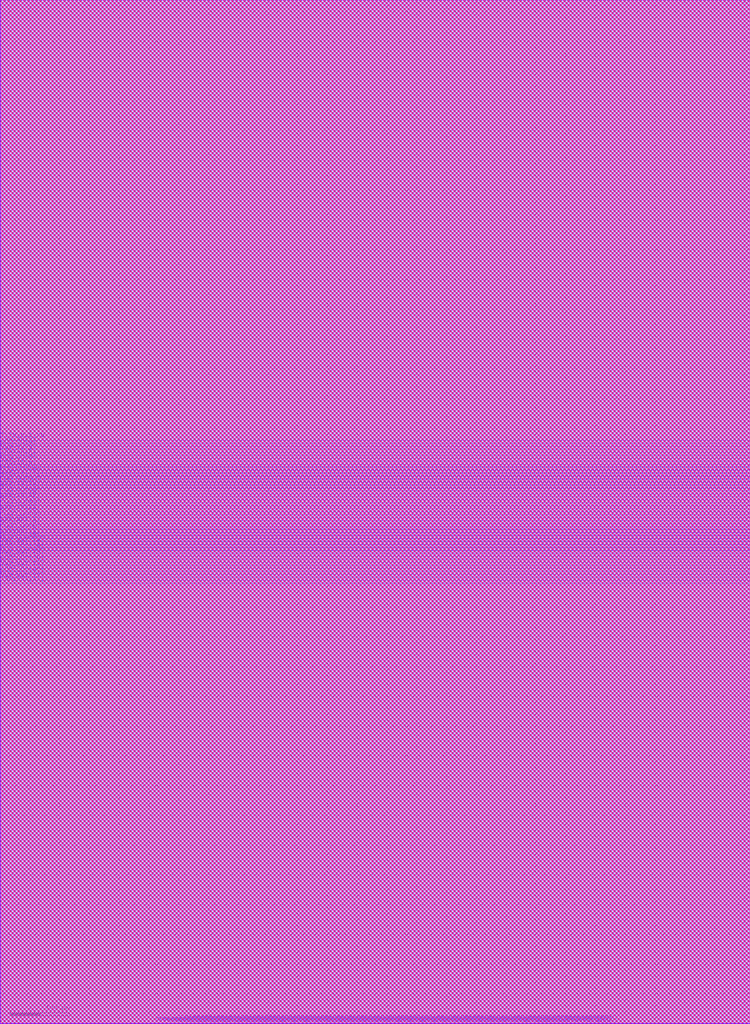
<source format=lef>
##
## LEF for PtnCells ;
## created by Innovus v15.23-s045_1 on Fri Mar 21 23:54:54 2025
##

VERSION 5.8 ;

BUSBITCHARS "[]" ;
DIVIDERCHAR "/" ;

MACRO core
  CLASS BLOCK ;
  SIZE 1260.0000 BY 1720.0000 ;
  FOREIGN core 0.0000 0.0000 ;
  ORIGIN 0 0 ;
  SYMMETRY X Y R90 ;
  PIN clk
    DIRECTION INPUT ;
    USE SIGNAL ;
    PORT
      LAYER M2 ;
        RECT 1000.0500 0.0000 1000.1500 0.5200 ;
    END
  END clk
  PIN sum_in[23]
    DIRECTION INPUT ;
    USE SIGNAL ;
    PORT
      LAYER M3 ;
        RECT 0.0000 860.1500 0.5200 860.2500 ;
    END
  END sum_in[23]
  PIN sum_in[22]
    DIRECTION INPUT ;
    USE SIGNAL ;
    PORT
      LAYER M3 ;
        RECT 0.0000 865.1500 0.5200 865.2500 ;
    END
  END sum_in[22]
  PIN sum_in[21]
    DIRECTION INPUT ;
    USE SIGNAL ;
    PORT
      LAYER M3 ;
        RECT 0.0000 870.1500 0.5200 870.2500 ;
    END
  END sum_in[21]
  PIN sum_in[20]
    DIRECTION INPUT ;
    USE SIGNAL ;
    PORT
      LAYER M3 ;
        RECT 0.0000 875.1500 0.5200 875.2500 ;
    END
  END sum_in[20]
  PIN sum_in[19]
    DIRECTION INPUT ;
    USE SIGNAL ;
    PORT
      LAYER M3 ;
        RECT 0.0000 880.1500 0.5200 880.2500 ;
    END
  END sum_in[19]
  PIN sum_in[18]
    DIRECTION INPUT ;
    USE SIGNAL ;
    PORT
      LAYER M3 ;
        RECT 0.0000 885.1500 0.5200 885.2500 ;
    END
  END sum_in[18]
  PIN sum_in[17]
    DIRECTION INPUT ;
    USE SIGNAL ;
    PORT
      LAYER M3 ;
        RECT 0.0000 890.1500 0.5200 890.2500 ;
    END
  END sum_in[17]
  PIN sum_in[16]
    DIRECTION INPUT ;
    USE SIGNAL ;
    PORT
      LAYER M3 ;
        RECT 0.0000 895.1500 0.5200 895.2500 ;
    END
  END sum_in[16]
  PIN sum_in[15]
    DIRECTION INPUT ;
    USE SIGNAL ;
    PORT
      LAYER M3 ;
        RECT 0.0000 900.1500 0.5200 900.2500 ;
    END
  END sum_in[15]
  PIN sum_in[14]
    DIRECTION INPUT ;
    USE SIGNAL ;
    PORT
      LAYER M3 ;
        RECT 0.0000 905.1500 0.5200 905.2500 ;
    END
  END sum_in[14]
  PIN sum_in[13]
    DIRECTION INPUT ;
    USE SIGNAL ;
    PORT
      LAYER M3 ;
        RECT 0.0000 910.1500 0.5200 910.2500 ;
    END
  END sum_in[13]
  PIN sum_in[12]
    DIRECTION INPUT ;
    USE SIGNAL ;
    PORT
      LAYER M3 ;
        RECT 0.0000 915.1500 0.5200 915.2500 ;
    END
  END sum_in[12]
  PIN sum_in[11]
    DIRECTION INPUT ;
    USE SIGNAL ;
    PORT
      LAYER M3 ;
        RECT 0.0000 920.1500 0.5200 920.2500 ;
    END
  END sum_in[11]
  PIN sum_in[10]
    DIRECTION INPUT ;
    USE SIGNAL ;
    PORT
      LAYER M3 ;
        RECT 0.0000 925.1500 0.5200 925.2500 ;
    END
  END sum_in[10]
  PIN sum_in[9]
    DIRECTION INPUT ;
    USE SIGNAL ;
    PORT
      LAYER M3 ;
        RECT 0.0000 930.1500 0.5200 930.2500 ;
    END
  END sum_in[9]
  PIN sum_in[8]
    DIRECTION INPUT ;
    USE SIGNAL ;
    PORT
      LAYER M3 ;
        RECT 0.0000 935.1500 0.5200 935.2500 ;
    END
  END sum_in[8]
  PIN sum_in[7]
    DIRECTION INPUT ;
    USE SIGNAL ;
    PORT
      LAYER M3 ;
        RECT 0.0000 940.1500 0.5200 940.2500 ;
    END
  END sum_in[7]
  PIN sum_in[6]
    DIRECTION INPUT ;
    USE SIGNAL ;
    PORT
      LAYER M3 ;
        RECT 0.0000 945.1500 0.5200 945.2500 ;
    END
  END sum_in[6]
  PIN sum_in[5]
    DIRECTION INPUT ;
    USE SIGNAL ;
    PORT
      LAYER M3 ;
        RECT 0.0000 950.1500 0.5200 950.2500 ;
    END
  END sum_in[5]
  PIN sum_in[4]
    DIRECTION INPUT ;
    USE SIGNAL ;
    PORT
      LAYER M3 ;
        RECT 0.0000 955.1500 0.5200 955.2500 ;
    END
  END sum_in[4]
  PIN sum_in[3]
    DIRECTION INPUT ;
    USE SIGNAL ;
    PORT
      LAYER M3 ;
        RECT 0.0000 960.1500 0.5200 960.2500 ;
    END
  END sum_in[3]
  PIN sum_in[2]
    DIRECTION INPUT ;
    USE SIGNAL ;
    PORT
      LAYER M3 ;
        RECT 0.0000 965.1500 0.5200 965.2500 ;
    END
  END sum_in[2]
  PIN sum_in[1]
    DIRECTION INPUT ;
    USE SIGNAL ;
    PORT
      LAYER M3 ;
        RECT 0.0000 970.1500 0.5200 970.2500 ;
    END
  END sum_in[1]
  PIN sum_in[0]
    DIRECTION INPUT ;
    USE SIGNAL ;
    PORT
      LAYER M3 ;
        RECT 0.0000 975.1500 0.5200 975.2500 ;
    END
  END sum_in[0]
  PIN fifo_ext_rd
    DIRECTION INPUT ;
    USE SIGNAL ;
    PORT
      LAYER M3 ;
        RECT 0.0000 980.1500 0.5200 980.2500 ;
    END
  END fifo_ext_rd
  PIN sum_out[23]
    DIRECTION OUTPUT ;
    USE SIGNAL ;
    PORT
      LAYER M3 ;
        RECT 0.0000 740.1500 0.5200 740.2500 ;
    END
  END sum_out[23]
  PIN sum_out[22]
    DIRECTION OUTPUT ;
    USE SIGNAL ;
    PORT
      LAYER M3 ;
        RECT 0.0000 745.1500 0.5200 745.2500 ;
    END
  END sum_out[22]
  PIN sum_out[21]
    DIRECTION OUTPUT ;
    USE SIGNAL ;
    PORT
      LAYER M3 ;
        RECT 0.0000 750.1500 0.5200 750.2500 ;
    END
  END sum_out[21]
  PIN sum_out[20]
    DIRECTION OUTPUT ;
    USE SIGNAL ;
    PORT
      LAYER M3 ;
        RECT 0.0000 755.1500 0.5200 755.2500 ;
    END
  END sum_out[20]
  PIN sum_out[19]
    DIRECTION OUTPUT ;
    USE SIGNAL ;
    PORT
      LAYER M3 ;
        RECT 0.0000 760.1500 0.5200 760.2500 ;
    END
  END sum_out[19]
  PIN sum_out[18]
    DIRECTION OUTPUT ;
    USE SIGNAL ;
    PORT
      LAYER M3 ;
        RECT 0.0000 765.1500 0.5200 765.2500 ;
    END
  END sum_out[18]
  PIN sum_out[17]
    DIRECTION OUTPUT ;
    USE SIGNAL ;
    PORT
      LAYER M3 ;
        RECT 0.0000 770.1500 0.5200 770.2500 ;
    END
  END sum_out[17]
  PIN sum_out[16]
    DIRECTION OUTPUT ;
    USE SIGNAL ;
    PORT
      LAYER M3 ;
        RECT 0.0000 775.1500 0.5200 775.2500 ;
    END
  END sum_out[16]
  PIN sum_out[15]
    DIRECTION OUTPUT ;
    USE SIGNAL ;
    PORT
      LAYER M3 ;
        RECT 0.0000 780.1500 0.5200 780.2500 ;
    END
  END sum_out[15]
  PIN sum_out[14]
    DIRECTION OUTPUT ;
    USE SIGNAL ;
    PORT
      LAYER M3 ;
        RECT 0.0000 785.1500 0.5200 785.2500 ;
    END
  END sum_out[14]
  PIN sum_out[13]
    DIRECTION OUTPUT ;
    USE SIGNAL ;
    PORT
      LAYER M3 ;
        RECT 0.0000 790.1500 0.5200 790.2500 ;
    END
  END sum_out[13]
  PIN sum_out[12]
    DIRECTION OUTPUT ;
    USE SIGNAL ;
    PORT
      LAYER M3 ;
        RECT 0.0000 795.1500 0.5200 795.2500 ;
    END
  END sum_out[12]
  PIN sum_out[11]
    DIRECTION OUTPUT ;
    USE SIGNAL ;
    PORT
      LAYER M3 ;
        RECT 0.0000 800.1500 0.5200 800.2500 ;
    END
  END sum_out[11]
  PIN sum_out[10]
    DIRECTION OUTPUT ;
    USE SIGNAL ;
    PORT
      LAYER M3 ;
        RECT 0.0000 805.1500 0.5200 805.2500 ;
    END
  END sum_out[10]
  PIN sum_out[9]
    DIRECTION OUTPUT ;
    USE SIGNAL ;
    PORT
      LAYER M3 ;
        RECT 0.0000 810.1500 0.5200 810.2500 ;
    END
  END sum_out[9]
  PIN sum_out[8]
    DIRECTION OUTPUT ;
    USE SIGNAL ;
    PORT
      LAYER M3 ;
        RECT 0.0000 815.1500 0.5200 815.2500 ;
    END
  END sum_out[8]
  PIN sum_out[7]
    DIRECTION OUTPUT ;
    USE SIGNAL ;
    PORT
      LAYER M3 ;
        RECT 0.0000 820.1500 0.5200 820.2500 ;
    END
  END sum_out[7]
  PIN sum_out[6]
    DIRECTION OUTPUT ;
    USE SIGNAL ;
    PORT
      LAYER M3 ;
        RECT 0.0000 825.1500 0.5200 825.2500 ;
    END
  END sum_out[6]
  PIN sum_out[5]
    DIRECTION OUTPUT ;
    USE SIGNAL ;
    PORT
      LAYER M3 ;
        RECT 0.0000 830.1500 0.5200 830.2500 ;
    END
  END sum_out[5]
  PIN sum_out[4]
    DIRECTION OUTPUT ;
    USE SIGNAL ;
    PORT
      LAYER M3 ;
        RECT 0.0000 835.1500 0.5200 835.2500 ;
    END
  END sum_out[4]
  PIN sum_out[3]
    DIRECTION OUTPUT ;
    USE SIGNAL ;
    PORT
      LAYER M3 ;
        RECT 0.0000 840.1500 0.5200 840.2500 ;
    END
  END sum_out[3]
  PIN sum_out[2]
    DIRECTION OUTPUT ;
    USE SIGNAL ;
    PORT
      LAYER M3 ;
        RECT 0.0000 845.1500 0.5200 845.2500 ;
    END
  END sum_out[2]
  PIN sum_out[1]
    DIRECTION OUTPUT ;
    USE SIGNAL ;
    PORT
      LAYER M3 ;
        RECT 0.0000 850.1500 0.5200 850.2500 ;
    END
  END sum_out[1]
  PIN sum_out[0]
    DIRECTION OUTPUT ;
    USE SIGNAL ;
    PORT
      LAYER M3 ;
        RECT 0.0000 855.1500 0.5200 855.2500 ;
    END
  END sum_out[0]
  PIN mem_in[127]
    DIRECTION INPUT ;
    USE SIGNAL ;
    PORT
      LAYER M2 ;
        RECT 260.0500 0.0000 260.1500 0.5200 ;
    END
  END mem_in[127]
  PIN mem_in[126]
    DIRECTION INPUT ;
    USE SIGNAL ;
    PORT
      LAYER M2 ;
        RECT 265.0500 0.0000 265.1500 0.5200 ;
    END
  END mem_in[126]
  PIN mem_in[125]
    DIRECTION INPUT ;
    USE SIGNAL ;
    PORT
      LAYER M2 ;
        RECT 270.0500 0.0000 270.1500 0.5200 ;
    END
  END mem_in[125]
  PIN mem_in[124]
    DIRECTION INPUT ;
    USE SIGNAL ;
    PORT
      LAYER M2 ;
        RECT 275.0500 0.0000 275.1500 0.5200 ;
    END
  END mem_in[124]
  PIN mem_in[123]
    DIRECTION INPUT ;
    USE SIGNAL ;
    PORT
      LAYER M2 ;
        RECT 280.0500 0.0000 280.1500 0.5200 ;
    END
  END mem_in[123]
  PIN mem_in[122]
    DIRECTION INPUT ;
    USE SIGNAL ;
    PORT
      LAYER M2 ;
        RECT 285.0500 0.0000 285.1500 0.5200 ;
    END
  END mem_in[122]
  PIN mem_in[121]
    DIRECTION INPUT ;
    USE SIGNAL ;
    PORT
      LAYER M2 ;
        RECT 290.0500 0.0000 290.1500 0.5200 ;
    END
  END mem_in[121]
  PIN mem_in[120]
    DIRECTION INPUT ;
    USE SIGNAL ;
    PORT
      LAYER M2 ;
        RECT 295.0500 0.0000 295.1500 0.5200 ;
    END
  END mem_in[120]
  PIN mem_in[119]
    DIRECTION INPUT ;
    USE SIGNAL ;
    PORT
      LAYER M2 ;
        RECT 300.0500 0.0000 300.1500 0.5200 ;
    END
  END mem_in[119]
  PIN mem_in[118]
    DIRECTION INPUT ;
    USE SIGNAL ;
    PORT
      LAYER M2 ;
        RECT 305.0500 0.0000 305.1500 0.5200 ;
    END
  END mem_in[118]
  PIN mem_in[117]
    DIRECTION INPUT ;
    USE SIGNAL ;
    PORT
      LAYER M2 ;
        RECT 310.0500 0.0000 310.1500 0.5200 ;
    END
  END mem_in[117]
  PIN mem_in[116]
    DIRECTION INPUT ;
    USE SIGNAL ;
    PORT
      LAYER M2 ;
        RECT 315.0500 0.0000 315.1500 0.5200 ;
    END
  END mem_in[116]
  PIN mem_in[115]
    DIRECTION INPUT ;
    USE SIGNAL ;
    PORT
      LAYER M2 ;
        RECT 320.0500 0.0000 320.1500 0.5200 ;
    END
  END mem_in[115]
  PIN mem_in[114]
    DIRECTION INPUT ;
    USE SIGNAL ;
    PORT
      LAYER M2 ;
        RECT 325.0500 0.0000 325.1500 0.5200 ;
    END
  END mem_in[114]
  PIN mem_in[113]
    DIRECTION INPUT ;
    USE SIGNAL ;
    PORT
      LAYER M2 ;
        RECT 330.0500 0.0000 330.1500 0.5200 ;
    END
  END mem_in[113]
  PIN mem_in[112]
    DIRECTION INPUT ;
    USE SIGNAL ;
    PORT
      LAYER M2 ;
        RECT 335.0500 0.0000 335.1500 0.5200 ;
    END
  END mem_in[112]
  PIN mem_in[111]
    DIRECTION INPUT ;
    USE SIGNAL ;
    PORT
      LAYER M2 ;
        RECT 340.0500 0.0000 340.1500 0.5200 ;
    END
  END mem_in[111]
  PIN mem_in[110]
    DIRECTION INPUT ;
    USE SIGNAL ;
    PORT
      LAYER M2 ;
        RECT 345.0500 0.0000 345.1500 0.5200 ;
    END
  END mem_in[110]
  PIN mem_in[109]
    DIRECTION INPUT ;
    USE SIGNAL ;
    PORT
      LAYER M2 ;
        RECT 350.0500 0.0000 350.1500 0.5200 ;
    END
  END mem_in[109]
  PIN mem_in[108]
    DIRECTION INPUT ;
    USE SIGNAL ;
    PORT
      LAYER M2 ;
        RECT 355.0500 0.0000 355.1500 0.5200 ;
    END
  END mem_in[108]
  PIN mem_in[107]
    DIRECTION INPUT ;
    USE SIGNAL ;
    PORT
      LAYER M2 ;
        RECT 360.0500 0.0000 360.1500 0.5200 ;
    END
  END mem_in[107]
  PIN mem_in[106]
    DIRECTION INPUT ;
    USE SIGNAL ;
    PORT
      LAYER M2 ;
        RECT 365.0500 0.0000 365.1500 0.5200 ;
    END
  END mem_in[106]
  PIN mem_in[105]
    DIRECTION INPUT ;
    USE SIGNAL ;
    PORT
      LAYER M2 ;
        RECT 370.0500 0.0000 370.1500 0.5200 ;
    END
  END mem_in[105]
  PIN mem_in[104]
    DIRECTION INPUT ;
    USE SIGNAL ;
    PORT
      LAYER M2 ;
        RECT 375.0500 0.0000 375.1500 0.5200 ;
    END
  END mem_in[104]
  PIN mem_in[103]
    DIRECTION INPUT ;
    USE SIGNAL ;
    PORT
      LAYER M2 ;
        RECT 380.0500 0.0000 380.1500 0.5200 ;
    END
  END mem_in[103]
  PIN mem_in[102]
    DIRECTION INPUT ;
    USE SIGNAL ;
    PORT
      LAYER M2 ;
        RECT 385.0500 0.0000 385.1500 0.5200 ;
    END
  END mem_in[102]
  PIN mem_in[101]
    DIRECTION INPUT ;
    USE SIGNAL ;
    PORT
      LAYER M2 ;
        RECT 390.0500 0.0000 390.1500 0.5200 ;
    END
  END mem_in[101]
  PIN mem_in[100]
    DIRECTION INPUT ;
    USE SIGNAL ;
    PORT
      LAYER M2 ;
        RECT 395.0500 0.0000 395.1500 0.5200 ;
    END
  END mem_in[100]
  PIN mem_in[99]
    DIRECTION INPUT ;
    USE SIGNAL ;
    PORT
      LAYER M2 ;
        RECT 400.0500 0.0000 400.1500 0.5200 ;
    END
  END mem_in[99]
  PIN mem_in[98]
    DIRECTION INPUT ;
    USE SIGNAL ;
    PORT
      LAYER M2 ;
        RECT 405.0500 0.0000 405.1500 0.5200 ;
    END
  END mem_in[98]
  PIN mem_in[97]
    DIRECTION INPUT ;
    USE SIGNAL ;
    PORT
      LAYER M2 ;
        RECT 410.0500 0.0000 410.1500 0.5200 ;
    END
  END mem_in[97]
  PIN mem_in[96]
    DIRECTION INPUT ;
    USE SIGNAL ;
    PORT
      LAYER M2 ;
        RECT 415.0500 0.0000 415.1500 0.5200 ;
    END
  END mem_in[96]
  PIN mem_in[95]
    DIRECTION INPUT ;
    USE SIGNAL ;
    PORT
      LAYER M2 ;
        RECT 420.0500 0.0000 420.1500 0.5200 ;
    END
  END mem_in[95]
  PIN mem_in[94]
    DIRECTION INPUT ;
    USE SIGNAL ;
    PORT
      LAYER M2 ;
        RECT 425.0500 0.0000 425.1500 0.5200 ;
    END
  END mem_in[94]
  PIN mem_in[93]
    DIRECTION INPUT ;
    USE SIGNAL ;
    PORT
      LAYER M2 ;
        RECT 430.0500 0.0000 430.1500 0.5200 ;
    END
  END mem_in[93]
  PIN mem_in[92]
    DIRECTION INPUT ;
    USE SIGNAL ;
    PORT
      LAYER M2 ;
        RECT 435.0500 0.0000 435.1500 0.5200 ;
    END
  END mem_in[92]
  PIN mem_in[91]
    DIRECTION INPUT ;
    USE SIGNAL ;
    PORT
      LAYER M2 ;
        RECT 440.0500 0.0000 440.1500 0.5200 ;
    END
  END mem_in[91]
  PIN mem_in[90]
    DIRECTION INPUT ;
    USE SIGNAL ;
    PORT
      LAYER M2 ;
        RECT 445.0500 0.0000 445.1500 0.5200 ;
    END
  END mem_in[90]
  PIN mem_in[89]
    DIRECTION INPUT ;
    USE SIGNAL ;
    PORT
      LAYER M2 ;
        RECT 450.0500 0.0000 450.1500 0.5200 ;
    END
  END mem_in[89]
  PIN mem_in[88]
    DIRECTION INPUT ;
    USE SIGNAL ;
    PORT
      LAYER M2 ;
        RECT 455.0500 0.0000 455.1500 0.5200 ;
    END
  END mem_in[88]
  PIN mem_in[87]
    DIRECTION INPUT ;
    USE SIGNAL ;
    PORT
      LAYER M2 ;
        RECT 460.0500 0.0000 460.1500 0.5200 ;
    END
  END mem_in[87]
  PIN mem_in[86]
    DIRECTION INPUT ;
    USE SIGNAL ;
    PORT
      LAYER M2 ;
        RECT 465.0500 0.0000 465.1500 0.5200 ;
    END
  END mem_in[86]
  PIN mem_in[85]
    DIRECTION INPUT ;
    USE SIGNAL ;
    PORT
      LAYER M2 ;
        RECT 470.0500 0.0000 470.1500 0.5200 ;
    END
  END mem_in[85]
  PIN mem_in[84]
    DIRECTION INPUT ;
    USE SIGNAL ;
    PORT
      LAYER M2 ;
        RECT 475.0500 0.0000 475.1500 0.5200 ;
    END
  END mem_in[84]
  PIN mem_in[83]
    DIRECTION INPUT ;
    USE SIGNAL ;
    PORT
      LAYER M2 ;
        RECT 480.0500 0.0000 480.1500 0.5200 ;
    END
  END mem_in[83]
  PIN mem_in[82]
    DIRECTION INPUT ;
    USE SIGNAL ;
    PORT
      LAYER M2 ;
        RECT 485.0500 0.0000 485.1500 0.5200 ;
    END
  END mem_in[82]
  PIN mem_in[81]
    DIRECTION INPUT ;
    USE SIGNAL ;
    PORT
      LAYER M2 ;
        RECT 490.0500 0.0000 490.1500 0.5200 ;
    END
  END mem_in[81]
  PIN mem_in[80]
    DIRECTION INPUT ;
    USE SIGNAL ;
    PORT
      LAYER M2 ;
        RECT 495.0500 0.0000 495.1500 0.5200 ;
    END
  END mem_in[80]
  PIN mem_in[79]
    DIRECTION INPUT ;
    USE SIGNAL ;
    PORT
      LAYER M2 ;
        RECT 500.0500 0.0000 500.1500 0.5200 ;
    END
  END mem_in[79]
  PIN mem_in[78]
    DIRECTION INPUT ;
    USE SIGNAL ;
    PORT
      LAYER M2 ;
        RECT 505.0500 0.0000 505.1500 0.5200 ;
    END
  END mem_in[78]
  PIN mem_in[77]
    DIRECTION INPUT ;
    USE SIGNAL ;
    PORT
      LAYER M2 ;
        RECT 510.0500 0.0000 510.1500 0.5200 ;
    END
  END mem_in[77]
  PIN mem_in[76]
    DIRECTION INPUT ;
    USE SIGNAL ;
    PORT
      LAYER M2 ;
        RECT 515.0500 0.0000 515.1500 0.5200 ;
    END
  END mem_in[76]
  PIN mem_in[75]
    DIRECTION INPUT ;
    USE SIGNAL ;
    PORT
      LAYER M2 ;
        RECT 520.0500 0.0000 520.1500 0.5200 ;
    END
  END mem_in[75]
  PIN mem_in[74]
    DIRECTION INPUT ;
    USE SIGNAL ;
    PORT
      LAYER M2 ;
        RECT 525.0500 0.0000 525.1500 0.5200 ;
    END
  END mem_in[74]
  PIN mem_in[73]
    DIRECTION INPUT ;
    USE SIGNAL ;
    PORT
      LAYER M2 ;
        RECT 530.0500 0.0000 530.1500 0.5200 ;
    END
  END mem_in[73]
  PIN mem_in[72]
    DIRECTION INPUT ;
    USE SIGNAL ;
    PORT
      LAYER M2 ;
        RECT 535.0500 0.0000 535.1500 0.5200 ;
    END
  END mem_in[72]
  PIN mem_in[71]
    DIRECTION INPUT ;
    USE SIGNAL ;
    PORT
      LAYER M2 ;
        RECT 540.0500 0.0000 540.1500 0.5200 ;
    END
  END mem_in[71]
  PIN mem_in[70]
    DIRECTION INPUT ;
    USE SIGNAL ;
    PORT
      LAYER M2 ;
        RECT 545.0500 0.0000 545.1500 0.5200 ;
    END
  END mem_in[70]
  PIN mem_in[69]
    DIRECTION INPUT ;
    USE SIGNAL ;
    PORT
      LAYER M2 ;
        RECT 550.0500 0.0000 550.1500 0.5200 ;
    END
  END mem_in[69]
  PIN mem_in[68]
    DIRECTION INPUT ;
    USE SIGNAL ;
    PORT
      LAYER M2 ;
        RECT 555.0500 0.0000 555.1500 0.5200 ;
    END
  END mem_in[68]
  PIN mem_in[67]
    DIRECTION INPUT ;
    USE SIGNAL ;
    PORT
      LAYER M2 ;
        RECT 560.0500 0.0000 560.1500 0.5200 ;
    END
  END mem_in[67]
  PIN mem_in[66]
    DIRECTION INPUT ;
    USE SIGNAL ;
    PORT
      LAYER M2 ;
        RECT 565.0500 0.0000 565.1500 0.5200 ;
    END
  END mem_in[66]
  PIN mem_in[65]
    DIRECTION INPUT ;
    USE SIGNAL ;
    PORT
      LAYER M2 ;
        RECT 570.0500 0.0000 570.1500 0.5200 ;
    END
  END mem_in[65]
  PIN mem_in[64]
    DIRECTION INPUT ;
    USE SIGNAL ;
    PORT
      LAYER M2 ;
        RECT 575.0500 0.0000 575.1500 0.5200 ;
    END
  END mem_in[64]
  PIN mem_in[63]
    DIRECTION INPUT ;
    USE SIGNAL ;
    PORT
      LAYER M2 ;
        RECT 580.0500 0.0000 580.1500 0.5200 ;
    END
  END mem_in[63]
  PIN mem_in[62]
    DIRECTION INPUT ;
    USE SIGNAL ;
    PORT
      LAYER M2 ;
        RECT 585.0500 0.0000 585.1500 0.5200 ;
    END
  END mem_in[62]
  PIN mem_in[61]
    DIRECTION INPUT ;
    USE SIGNAL ;
    PORT
      LAYER M2 ;
        RECT 590.0500 0.0000 590.1500 0.5200 ;
    END
  END mem_in[61]
  PIN mem_in[60]
    DIRECTION INPUT ;
    USE SIGNAL ;
    PORT
      LAYER M2 ;
        RECT 595.0500 0.0000 595.1500 0.5200 ;
    END
  END mem_in[60]
  PIN mem_in[59]
    DIRECTION INPUT ;
    USE SIGNAL ;
    PORT
      LAYER M2 ;
        RECT 600.0500 0.0000 600.1500 0.5200 ;
    END
  END mem_in[59]
  PIN mem_in[58]
    DIRECTION INPUT ;
    USE SIGNAL ;
    PORT
      LAYER M2 ;
        RECT 605.0500 0.0000 605.1500 0.5200 ;
    END
  END mem_in[58]
  PIN mem_in[57]
    DIRECTION INPUT ;
    USE SIGNAL ;
    PORT
      LAYER M2 ;
        RECT 610.0500 0.0000 610.1500 0.5200 ;
    END
  END mem_in[57]
  PIN mem_in[56]
    DIRECTION INPUT ;
    USE SIGNAL ;
    PORT
      LAYER M2 ;
        RECT 615.0500 0.0000 615.1500 0.5200 ;
    END
  END mem_in[56]
  PIN mem_in[55]
    DIRECTION INPUT ;
    USE SIGNAL ;
    PORT
      LAYER M2 ;
        RECT 620.0500 0.0000 620.1500 0.5200 ;
    END
  END mem_in[55]
  PIN mem_in[54]
    DIRECTION INPUT ;
    USE SIGNAL ;
    PORT
      LAYER M2 ;
        RECT 625.0500 0.0000 625.1500 0.5200 ;
    END
  END mem_in[54]
  PIN mem_in[53]
    DIRECTION INPUT ;
    USE SIGNAL ;
    PORT
      LAYER M2 ;
        RECT 630.0500 0.0000 630.1500 0.5200 ;
    END
  END mem_in[53]
  PIN mem_in[52]
    DIRECTION INPUT ;
    USE SIGNAL ;
    PORT
      LAYER M2 ;
        RECT 635.0500 0.0000 635.1500 0.5200 ;
    END
  END mem_in[52]
  PIN mem_in[51]
    DIRECTION INPUT ;
    USE SIGNAL ;
    PORT
      LAYER M2 ;
        RECT 640.0500 0.0000 640.1500 0.5200 ;
    END
  END mem_in[51]
  PIN mem_in[50]
    DIRECTION INPUT ;
    USE SIGNAL ;
    PORT
      LAYER M2 ;
        RECT 645.0500 0.0000 645.1500 0.5200 ;
    END
  END mem_in[50]
  PIN mem_in[49]
    DIRECTION INPUT ;
    USE SIGNAL ;
    PORT
      LAYER M2 ;
        RECT 650.0500 0.0000 650.1500 0.5200 ;
    END
  END mem_in[49]
  PIN mem_in[48]
    DIRECTION INPUT ;
    USE SIGNAL ;
    PORT
      LAYER M2 ;
        RECT 655.0500 0.0000 655.1500 0.5200 ;
    END
  END mem_in[48]
  PIN mem_in[47]
    DIRECTION INPUT ;
    USE SIGNAL ;
    PORT
      LAYER M2 ;
        RECT 660.0500 0.0000 660.1500 0.5200 ;
    END
  END mem_in[47]
  PIN mem_in[46]
    DIRECTION INPUT ;
    USE SIGNAL ;
    PORT
      LAYER M2 ;
        RECT 665.0500 0.0000 665.1500 0.5200 ;
    END
  END mem_in[46]
  PIN mem_in[45]
    DIRECTION INPUT ;
    USE SIGNAL ;
    PORT
      LAYER M2 ;
        RECT 670.0500 0.0000 670.1500 0.5200 ;
    END
  END mem_in[45]
  PIN mem_in[44]
    DIRECTION INPUT ;
    USE SIGNAL ;
    PORT
      LAYER M2 ;
        RECT 675.0500 0.0000 675.1500 0.5200 ;
    END
  END mem_in[44]
  PIN mem_in[43]
    DIRECTION INPUT ;
    USE SIGNAL ;
    PORT
      LAYER M2 ;
        RECT 680.0500 0.0000 680.1500 0.5200 ;
    END
  END mem_in[43]
  PIN mem_in[42]
    DIRECTION INPUT ;
    USE SIGNAL ;
    PORT
      LAYER M2 ;
        RECT 685.0500 0.0000 685.1500 0.5200 ;
    END
  END mem_in[42]
  PIN mem_in[41]
    DIRECTION INPUT ;
    USE SIGNAL ;
    PORT
      LAYER M2 ;
        RECT 690.0500 0.0000 690.1500 0.5200 ;
    END
  END mem_in[41]
  PIN mem_in[40]
    DIRECTION INPUT ;
    USE SIGNAL ;
    PORT
      LAYER M2 ;
        RECT 695.0500 0.0000 695.1500 0.5200 ;
    END
  END mem_in[40]
  PIN mem_in[39]
    DIRECTION INPUT ;
    USE SIGNAL ;
    PORT
      LAYER M2 ;
        RECT 700.0500 0.0000 700.1500 0.5200 ;
    END
  END mem_in[39]
  PIN mem_in[38]
    DIRECTION INPUT ;
    USE SIGNAL ;
    PORT
      LAYER M2 ;
        RECT 705.0500 0.0000 705.1500 0.5200 ;
    END
  END mem_in[38]
  PIN mem_in[37]
    DIRECTION INPUT ;
    USE SIGNAL ;
    PORT
      LAYER M2 ;
        RECT 710.0500 0.0000 710.1500 0.5200 ;
    END
  END mem_in[37]
  PIN mem_in[36]
    DIRECTION INPUT ;
    USE SIGNAL ;
    PORT
      LAYER M2 ;
        RECT 715.0500 0.0000 715.1500 0.5200 ;
    END
  END mem_in[36]
  PIN mem_in[35]
    DIRECTION INPUT ;
    USE SIGNAL ;
    PORT
      LAYER M2 ;
        RECT 720.0500 0.0000 720.1500 0.5200 ;
    END
  END mem_in[35]
  PIN mem_in[34]
    DIRECTION INPUT ;
    USE SIGNAL ;
    PORT
      LAYER M2 ;
        RECT 725.0500 0.0000 725.1500 0.5200 ;
    END
  END mem_in[34]
  PIN mem_in[33]
    DIRECTION INPUT ;
    USE SIGNAL ;
    PORT
      LAYER M2 ;
        RECT 730.0500 0.0000 730.1500 0.5200 ;
    END
  END mem_in[33]
  PIN mem_in[32]
    DIRECTION INPUT ;
    USE SIGNAL ;
    PORT
      LAYER M2 ;
        RECT 735.0500 0.0000 735.1500 0.5200 ;
    END
  END mem_in[32]
  PIN mem_in[31]
    DIRECTION INPUT ;
    USE SIGNAL ;
    PORT
      LAYER M2 ;
        RECT 740.0500 0.0000 740.1500 0.5200 ;
    END
  END mem_in[31]
  PIN mem_in[30]
    DIRECTION INPUT ;
    USE SIGNAL ;
    PORT
      LAYER M2 ;
        RECT 745.0500 0.0000 745.1500 0.5200 ;
    END
  END mem_in[30]
  PIN mem_in[29]
    DIRECTION INPUT ;
    USE SIGNAL ;
    PORT
      LAYER M2 ;
        RECT 750.0500 0.0000 750.1500 0.5200 ;
    END
  END mem_in[29]
  PIN mem_in[28]
    DIRECTION INPUT ;
    USE SIGNAL ;
    PORT
      LAYER M2 ;
        RECT 755.0500 0.0000 755.1500 0.5200 ;
    END
  END mem_in[28]
  PIN mem_in[27]
    DIRECTION INPUT ;
    USE SIGNAL ;
    PORT
      LAYER M2 ;
        RECT 760.0500 0.0000 760.1500 0.5200 ;
    END
  END mem_in[27]
  PIN mem_in[26]
    DIRECTION INPUT ;
    USE SIGNAL ;
    PORT
      LAYER M2 ;
        RECT 765.0500 0.0000 765.1500 0.5200 ;
    END
  END mem_in[26]
  PIN mem_in[25]
    DIRECTION INPUT ;
    USE SIGNAL ;
    PORT
      LAYER M2 ;
        RECT 770.0500 0.0000 770.1500 0.5200 ;
    END
  END mem_in[25]
  PIN mem_in[24]
    DIRECTION INPUT ;
    USE SIGNAL ;
    PORT
      LAYER M2 ;
        RECT 775.0500 0.0000 775.1500 0.5200 ;
    END
  END mem_in[24]
  PIN mem_in[23]
    DIRECTION INPUT ;
    USE SIGNAL ;
    PORT
      LAYER M2 ;
        RECT 780.0500 0.0000 780.1500 0.5200 ;
    END
  END mem_in[23]
  PIN mem_in[22]
    DIRECTION INPUT ;
    USE SIGNAL ;
    PORT
      LAYER M2 ;
        RECT 785.0500 0.0000 785.1500 0.5200 ;
    END
  END mem_in[22]
  PIN mem_in[21]
    DIRECTION INPUT ;
    USE SIGNAL ;
    PORT
      LAYER M2 ;
        RECT 790.0500 0.0000 790.1500 0.5200 ;
    END
  END mem_in[21]
  PIN mem_in[20]
    DIRECTION INPUT ;
    USE SIGNAL ;
    PORT
      LAYER M2 ;
        RECT 795.0500 0.0000 795.1500 0.5200 ;
    END
  END mem_in[20]
  PIN mem_in[19]
    DIRECTION INPUT ;
    USE SIGNAL ;
    PORT
      LAYER M2 ;
        RECT 800.0500 0.0000 800.1500 0.5200 ;
    END
  END mem_in[19]
  PIN mem_in[18]
    DIRECTION INPUT ;
    USE SIGNAL ;
    PORT
      LAYER M2 ;
        RECT 805.0500 0.0000 805.1500 0.5200 ;
    END
  END mem_in[18]
  PIN mem_in[17]
    DIRECTION INPUT ;
    USE SIGNAL ;
    PORT
      LAYER M2 ;
        RECT 810.0500 0.0000 810.1500 0.5200 ;
    END
  END mem_in[17]
  PIN mem_in[16]
    DIRECTION INPUT ;
    USE SIGNAL ;
    PORT
      LAYER M2 ;
        RECT 815.0500 0.0000 815.1500 0.5200 ;
    END
  END mem_in[16]
  PIN mem_in[15]
    DIRECTION INPUT ;
    USE SIGNAL ;
    PORT
      LAYER M2 ;
        RECT 820.0500 0.0000 820.1500 0.5200 ;
    END
  END mem_in[15]
  PIN mem_in[14]
    DIRECTION INPUT ;
    USE SIGNAL ;
    PORT
      LAYER M2 ;
        RECT 825.0500 0.0000 825.1500 0.5200 ;
    END
  END mem_in[14]
  PIN mem_in[13]
    DIRECTION INPUT ;
    USE SIGNAL ;
    PORT
      LAYER M2 ;
        RECT 830.0500 0.0000 830.1500 0.5200 ;
    END
  END mem_in[13]
  PIN mem_in[12]
    DIRECTION INPUT ;
    USE SIGNAL ;
    PORT
      LAYER M2 ;
        RECT 835.0500 0.0000 835.1500 0.5200 ;
    END
  END mem_in[12]
  PIN mem_in[11]
    DIRECTION INPUT ;
    USE SIGNAL ;
    PORT
      LAYER M2 ;
        RECT 840.0500 0.0000 840.1500 0.5200 ;
    END
  END mem_in[11]
  PIN mem_in[10]
    DIRECTION INPUT ;
    USE SIGNAL ;
    PORT
      LAYER M2 ;
        RECT 845.0500 0.0000 845.1500 0.5200 ;
    END
  END mem_in[10]
  PIN mem_in[9]
    DIRECTION INPUT ;
    USE SIGNAL ;
    PORT
      LAYER M2 ;
        RECT 850.0500 0.0000 850.1500 0.5200 ;
    END
  END mem_in[9]
  PIN mem_in[8]
    DIRECTION INPUT ;
    USE SIGNAL ;
    PORT
      LAYER M2 ;
        RECT 855.0500 0.0000 855.1500 0.5200 ;
    END
  END mem_in[8]
  PIN mem_in[7]
    DIRECTION INPUT ;
    USE SIGNAL ;
    PORT
      LAYER M2 ;
        RECT 860.0500 0.0000 860.1500 0.5200 ;
    END
  END mem_in[7]
  PIN mem_in[6]
    DIRECTION INPUT ;
    USE SIGNAL ;
    PORT
      LAYER M2 ;
        RECT 865.0500 0.0000 865.1500 0.5200 ;
    END
  END mem_in[6]
  PIN mem_in[5]
    DIRECTION INPUT ;
    USE SIGNAL ;
    PORT
      LAYER M2 ;
        RECT 870.0500 0.0000 870.1500 0.5200 ;
    END
  END mem_in[5]
  PIN mem_in[4]
    DIRECTION INPUT ;
    USE SIGNAL ;
    PORT
      LAYER M2 ;
        RECT 875.0500 0.0000 875.1500 0.5200 ;
    END
  END mem_in[4]
  PIN mem_in[3]
    DIRECTION INPUT ;
    USE SIGNAL ;
    PORT
      LAYER M2 ;
        RECT 880.0500 0.0000 880.1500 0.5200 ;
    END
  END mem_in[3]
  PIN mem_in[2]
    DIRECTION INPUT ;
    USE SIGNAL ;
    PORT
      LAYER M2 ;
        RECT 885.0500 0.0000 885.1500 0.5200 ;
    END
  END mem_in[2]
  PIN mem_in[1]
    DIRECTION INPUT ;
    USE SIGNAL ;
    PORT
      LAYER M2 ;
        RECT 890.0500 0.0000 890.1500 0.5200 ;
    END
  END mem_in[1]
  PIN mem_in[0]
    DIRECTION INPUT ;
    USE SIGNAL ;
    PORT
      LAYER M2 ;
        RECT 895.0500 0.0000 895.1500 0.5200 ;
    END
  END mem_in[0]
  PIN out[159]
    DIRECTION OUTPUT ;
    USE SIGNAL ;
    PORT
      LAYER M2 ;
        RECT 1027.2500 1719.4800 1027.3500 1720.0000 ;
    END
  END out[159]
  PIN out[158]
    DIRECTION OUTPUT ;
    USE SIGNAL ;
    PORT
      LAYER M2 ;
        RECT 1022.2500 1719.4800 1022.3500 1720.0000 ;
    END
  END out[158]
  PIN out[157]
    DIRECTION OUTPUT ;
    USE SIGNAL ;
    PORT
      LAYER M2 ;
        RECT 1017.2500 1719.4800 1017.3500 1720.0000 ;
    END
  END out[157]
  PIN out[156]
    DIRECTION OUTPUT ;
    USE SIGNAL ;
    PORT
      LAYER M2 ;
        RECT 1012.2500 1719.4800 1012.3500 1720.0000 ;
    END
  END out[156]
  PIN out[155]
    DIRECTION OUTPUT ;
    USE SIGNAL ;
    PORT
      LAYER M2 ;
        RECT 1007.2500 1719.4800 1007.3500 1720.0000 ;
    END
  END out[155]
  PIN out[154]
    DIRECTION OUTPUT ;
    USE SIGNAL ;
    PORT
      LAYER M2 ;
        RECT 1002.2500 1719.4800 1002.3500 1720.0000 ;
    END
  END out[154]
  PIN out[153]
    DIRECTION OUTPUT ;
    USE SIGNAL ;
    PORT
      LAYER M2 ;
        RECT 997.2500 1719.4800 997.3500 1720.0000 ;
    END
  END out[153]
  PIN out[152]
    DIRECTION OUTPUT ;
    USE SIGNAL ;
    PORT
      LAYER M2 ;
        RECT 992.2500 1719.4800 992.3500 1720.0000 ;
    END
  END out[152]
  PIN out[151]
    DIRECTION OUTPUT ;
    USE SIGNAL ;
    PORT
      LAYER M2 ;
        RECT 987.2500 1719.4800 987.3500 1720.0000 ;
    END
  END out[151]
  PIN out[150]
    DIRECTION OUTPUT ;
    USE SIGNAL ;
    PORT
      LAYER M2 ;
        RECT 982.2500 1719.4800 982.3500 1720.0000 ;
    END
  END out[150]
  PIN out[149]
    DIRECTION OUTPUT ;
    USE SIGNAL ;
    PORT
      LAYER M2 ;
        RECT 977.2500 1719.4800 977.3500 1720.0000 ;
    END
  END out[149]
  PIN out[148]
    DIRECTION OUTPUT ;
    USE SIGNAL ;
    PORT
      LAYER M2 ;
        RECT 972.2500 1719.4800 972.3500 1720.0000 ;
    END
  END out[148]
  PIN out[147]
    DIRECTION OUTPUT ;
    USE SIGNAL ;
    PORT
      LAYER M2 ;
        RECT 967.2500 1719.4800 967.3500 1720.0000 ;
    END
  END out[147]
  PIN out[146]
    DIRECTION OUTPUT ;
    USE SIGNAL ;
    PORT
      LAYER M2 ;
        RECT 962.2500 1719.4800 962.3500 1720.0000 ;
    END
  END out[146]
  PIN out[145]
    DIRECTION OUTPUT ;
    USE SIGNAL ;
    PORT
      LAYER M2 ;
        RECT 957.2500 1719.4800 957.3500 1720.0000 ;
    END
  END out[145]
  PIN out[144]
    DIRECTION OUTPUT ;
    USE SIGNAL ;
    PORT
      LAYER M2 ;
        RECT 952.2500 1719.4800 952.3500 1720.0000 ;
    END
  END out[144]
  PIN out[143]
    DIRECTION OUTPUT ;
    USE SIGNAL ;
    PORT
      LAYER M2 ;
        RECT 947.2500 1719.4800 947.3500 1720.0000 ;
    END
  END out[143]
  PIN out[142]
    DIRECTION OUTPUT ;
    USE SIGNAL ;
    PORT
      LAYER M2 ;
        RECT 942.2500 1719.4800 942.3500 1720.0000 ;
    END
  END out[142]
  PIN out[141]
    DIRECTION OUTPUT ;
    USE SIGNAL ;
    PORT
      LAYER M2 ;
        RECT 937.2500 1719.4800 937.3500 1720.0000 ;
    END
  END out[141]
  PIN out[140]
    DIRECTION OUTPUT ;
    USE SIGNAL ;
    PORT
      LAYER M2 ;
        RECT 932.2500 1719.4800 932.3500 1720.0000 ;
    END
  END out[140]
  PIN out[139]
    DIRECTION OUTPUT ;
    USE SIGNAL ;
    PORT
      LAYER M2 ;
        RECT 927.2500 1719.4800 927.3500 1720.0000 ;
    END
  END out[139]
  PIN out[138]
    DIRECTION OUTPUT ;
    USE SIGNAL ;
    PORT
      LAYER M2 ;
        RECT 922.2500 1719.4800 922.3500 1720.0000 ;
    END
  END out[138]
  PIN out[137]
    DIRECTION OUTPUT ;
    USE SIGNAL ;
    PORT
      LAYER M2 ;
        RECT 917.2500 1719.4800 917.3500 1720.0000 ;
    END
  END out[137]
  PIN out[136]
    DIRECTION OUTPUT ;
    USE SIGNAL ;
    PORT
      LAYER M2 ;
        RECT 912.2500 1719.4800 912.3500 1720.0000 ;
    END
  END out[136]
  PIN out[135]
    DIRECTION OUTPUT ;
    USE SIGNAL ;
    PORT
      LAYER M2 ;
        RECT 907.2500 1719.4800 907.3500 1720.0000 ;
    END
  END out[135]
  PIN out[134]
    DIRECTION OUTPUT ;
    USE SIGNAL ;
    PORT
      LAYER M2 ;
        RECT 902.2500 1719.4800 902.3500 1720.0000 ;
    END
  END out[134]
  PIN out[133]
    DIRECTION OUTPUT ;
    USE SIGNAL ;
    PORT
      LAYER M2 ;
        RECT 897.2500 1719.4800 897.3500 1720.0000 ;
    END
  END out[133]
  PIN out[132]
    DIRECTION OUTPUT ;
    USE SIGNAL ;
    PORT
      LAYER M2 ;
        RECT 892.2500 1719.4800 892.3500 1720.0000 ;
    END
  END out[132]
  PIN out[131]
    DIRECTION OUTPUT ;
    USE SIGNAL ;
    PORT
      LAYER M2 ;
        RECT 887.2500 1719.4800 887.3500 1720.0000 ;
    END
  END out[131]
  PIN out[130]
    DIRECTION OUTPUT ;
    USE SIGNAL ;
    PORT
      LAYER M2 ;
        RECT 882.2500 1719.4800 882.3500 1720.0000 ;
    END
  END out[130]
  PIN out[129]
    DIRECTION OUTPUT ;
    USE SIGNAL ;
    PORT
      LAYER M2 ;
        RECT 877.2500 1719.4800 877.3500 1720.0000 ;
    END
  END out[129]
  PIN out[128]
    DIRECTION OUTPUT ;
    USE SIGNAL ;
    PORT
      LAYER M2 ;
        RECT 872.2500 1719.4800 872.3500 1720.0000 ;
    END
  END out[128]
  PIN out[127]
    DIRECTION OUTPUT ;
    USE SIGNAL ;
    PORT
      LAYER M2 ;
        RECT 867.2500 1719.4800 867.3500 1720.0000 ;
    END
  END out[127]
  PIN out[126]
    DIRECTION OUTPUT ;
    USE SIGNAL ;
    PORT
      LAYER M2 ;
        RECT 862.2500 1719.4800 862.3500 1720.0000 ;
    END
  END out[126]
  PIN out[125]
    DIRECTION OUTPUT ;
    USE SIGNAL ;
    PORT
      LAYER M2 ;
        RECT 857.2500 1719.4800 857.3500 1720.0000 ;
    END
  END out[125]
  PIN out[124]
    DIRECTION OUTPUT ;
    USE SIGNAL ;
    PORT
      LAYER M2 ;
        RECT 852.2500 1719.4800 852.3500 1720.0000 ;
    END
  END out[124]
  PIN out[123]
    DIRECTION OUTPUT ;
    USE SIGNAL ;
    PORT
      LAYER M2 ;
        RECT 847.2500 1719.4800 847.3500 1720.0000 ;
    END
  END out[123]
  PIN out[122]
    DIRECTION OUTPUT ;
    USE SIGNAL ;
    PORT
      LAYER M2 ;
        RECT 842.2500 1719.4800 842.3500 1720.0000 ;
    END
  END out[122]
  PIN out[121]
    DIRECTION OUTPUT ;
    USE SIGNAL ;
    PORT
      LAYER M2 ;
        RECT 837.2500 1719.4800 837.3500 1720.0000 ;
    END
  END out[121]
  PIN out[120]
    DIRECTION OUTPUT ;
    USE SIGNAL ;
    PORT
      LAYER M2 ;
        RECT 832.2500 1719.4800 832.3500 1720.0000 ;
    END
  END out[120]
  PIN out[119]
    DIRECTION OUTPUT ;
    USE SIGNAL ;
    PORT
      LAYER M2 ;
        RECT 827.2500 1719.4800 827.3500 1720.0000 ;
    END
  END out[119]
  PIN out[118]
    DIRECTION OUTPUT ;
    USE SIGNAL ;
    PORT
      LAYER M2 ;
        RECT 822.2500 1719.4800 822.3500 1720.0000 ;
    END
  END out[118]
  PIN out[117]
    DIRECTION OUTPUT ;
    USE SIGNAL ;
    PORT
      LAYER M2 ;
        RECT 817.2500 1719.4800 817.3500 1720.0000 ;
    END
  END out[117]
  PIN out[116]
    DIRECTION OUTPUT ;
    USE SIGNAL ;
    PORT
      LAYER M2 ;
        RECT 812.2500 1719.4800 812.3500 1720.0000 ;
    END
  END out[116]
  PIN out[115]
    DIRECTION OUTPUT ;
    USE SIGNAL ;
    PORT
      LAYER M2 ;
        RECT 807.2500 1719.4800 807.3500 1720.0000 ;
    END
  END out[115]
  PIN out[114]
    DIRECTION OUTPUT ;
    USE SIGNAL ;
    PORT
      LAYER M2 ;
        RECT 802.2500 1719.4800 802.3500 1720.0000 ;
    END
  END out[114]
  PIN out[113]
    DIRECTION OUTPUT ;
    USE SIGNAL ;
    PORT
      LAYER M2 ;
        RECT 797.2500 1719.4800 797.3500 1720.0000 ;
    END
  END out[113]
  PIN out[112]
    DIRECTION OUTPUT ;
    USE SIGNAL ;
    PORT
      LAYER M2 ;
        RECT 792.2500 1719.4800 792.3500 1720.0000 ;
    END
  END out[112]
  PIN out[111]
    DIRECTION OUTPUT ;
    USE SIGNAL ;
    PORT
      LAYER M2 ;
        RECT 787.2500 1719.4800 787.3500 1720.0000 ;
    END
  END out[111]
  PIN out[110]
    DIRECTION OUTPUT ;
    USE SIGNAL ;
    PORT
      LAYER M2 ;
        RECT 782.2500 1719.4800 782.3500 1720.0000 ;
    END
  END out[110]
  PIN out[109]
    DIRECTION OUTPUT ;
    USE SIGNAL ;
    PORT
      LAYER M2 ;
        RECT 777.2500 1719.4800 777.3500 1720.0000 ;
    END
  END out[109]
  PIN out[108]
    DIRECTION OUTPUT ;
    USE SIGNAL ;
    PORT
      LAYER M2 ;
        RECT 772.2500 1719.4800 772.3500 1720.0000 ;
    END
  END out[108]
  PIN out[107]
    DIRECTION OUTPUT ;
    USE SIGNAL ;
    PORT
      LAYER M2 ;
        RECT 767.2500 1719.4800 767.3500 1720.0000 ;
    END
  END out[107]
  PIN out[106]
    DIRECTION OUTPUT ;
    USE SIGNAL ;
    PORT
      LAYER M2 ;
        RECT 762.2500 1719.4800 762.3500 1720.0000 ;
    END
  END out[106]
  PIN out[105]
    DIRECTION OUTPUT ;
    USE SIGNAL ;
    PORT
      LAYER M2 ;
        RECT 757.2500 1719.4800 757.3500 1720.0000 ;
    END
  END out[105]
  PIN out[104]
    DIRECTION OUTPUT ;
    USE SIGNAL ;
    PORT
      LAYER M2 ;
        RECT 752.2500 1719.4800 752.3500 1720.0000 ;
    END
  END out[104]
  PIN out[103]
    DIRECTION OUTPUT ;
    USE SIGNAL ;
    PORT
      LAYER M2 ;
        RECT 747.2500 1719.4800 747.3500 1720.0000 ;
    END
  END out[103]
  PIN out[102]
    DIRECTION OUTPUT ;
    USE SIGNAL ;
    PORT
      LAYER M2 ;
        RECT 742.2500 1719.4800 742.3500 1720.0000 ;
    END
  END out[102]
  PIN out[101]
    DIRECTION OUTPUT ;
    USE SIGNAL ;
    PORT
      LAYER M2 ;
        RECT 737.2500 1719.4800 737.3500 1720.0000 ;
    END
  END out[101]
  PIN out[100]
    DIRECTION OUTPUT ;
    USE SIGNAL ;
    PORT
      LAYER M2 ;
        RECT 732.2500 1719.4800 732.3500 1720.0000 ;
    END
  END out[100]
  PIN out[99]
    DIRECTION OUTPUT ;
    USE SIGNAL ;
    PORT
      LAYER M2 ;
        RECT 727.2500 1719.4800 727.3500 1720.0000 ;
    END
  END out[99]
  PIN out[98]
    DIRECTION OUTPUT ;
    USE SIGNAL ;
    PORT
      LAYER M2 ;
        RECT 722.2500 1719.4800 722.3500 1720.0000 ;
    END
  END out[98]
  PIN out[97]
    DIRECTION OUTPUT ;
    USE SIGNAL ;
    PORT
      LAYER M2 ;
        RECT 717.2500 1719.4800 717.3500 1720.0000 ;
    END
  END out[97]
  PIN out[96]
    DIRECTION OUTPUT ;
    USE SIGNAL ;
    PORT
      LAYER M2 ;
        RECT 712.2500 1719.4800 712.3500 1720.0000 ;
    END
  END out[96]
  PIN out[95]
    DIRECTION OUTPUT ;
    USE SIGNAL ;
    PORT
      LAYER M2 ;
        RECT 707.2500 1719.4800 707.3500 1720.0000 ;
    END
  END out[95]
  PIN out[94]
    DIRECTION OUTPUT ;
    USE SIGNAL ;
    PORT
      LAYER M2 ;
        RECT 702.2500 1719.4800 702.3500 1720.0000 ;
    END
  END out[94]
  PIN out[93]
    DIRECTION OUTPUT ;
    USE SIGNAL ;
    PORT
      LAYER M2 ;
        RECT 697.2500 1719.4800 697.3500 1720.0000 ;
    END
  END out[93]
  PIN out[92]
    DIRECTION OUTPUT ;
    USE SIGNAL ;
    PORT
      LAYER M2 ;
        RECT 692.2500 1719.4800 692.3500 1720.0000 ;
    END
  END out[92]
  PIN out[91]
    DIRECTION OUTPUT ;
    USE SIGNAL ;
    PORT
      LAYER M2 ;
        RECT 687.2500 1719.4800 687.3500 1720.0000 ;
    END
  END out[91]
  PIN out[90]
    DIRECTION OUTPUT ;
    USE SIGNAL ;
    PORT
      LAYER M2 ;
        RECT 682.2500 1719.4800 682.3500 1720.0000 ;
    END
  END out[90]
  PIN out[89]
    DIRECTION OUTPUT ;
    USE SIGNAL ;
    PORT
      LAYER M2 ;
        RECT 677.2500 1719.4800 677.3500 1720.0000 ;
    END
  END out[89]
  PIN out[88]
    DIRECTION OUTPUT ;
    USE SIGNAL ;
    PORT
      LAYER M2 ;
        RECT 672.2500 1719.4800 672.3500 1720.0000 ;
    END
  END out[88]
  PIN out[87]
    DIRECTION OUTPUT ;
    USE SIGNAL ;
    PORT
      LAYER M2 ;
        RECT 667.2500 1719.4800 667.3500 1720.0000 ;
    END
  END out[87]
  PIN out[86]
    DIRECTION OUTPUT ;
    USE SIGNAL ;
    PORT
      LAYER M2 ;
        RECT 662.2500 1719.4800 662.3500 1720.0000 ;
    END
  END out[86]
  PIN out[85]
    DIRECTION OUTPUT ;
    USE SIGNAL ;
    PORT
      LAYER M2 ;
        RECT 657.2500 1719.4800 657.3500 1720.0000 ;
    END
  END out[85]
  PIN out[84]
    DIRECTION OUTPUT ;
    USE SIGNAL ;
    PORT
      LAYER M2 ;
        RECT 652.2500 1719.4800 652.3500 1720.0000 ;
    END
  END out[84]
  PIN out[83]
    DIRECTION OUTPUT ;
    USE SIGNAL ;
    PORT
      LAYER M2 ;
        RECT 647.2500 1719.4800 647.3500 1720.0000 ;
    END
  END out[83]
  PIN out[82]
    DIRECTION OUTPUT ;
    USE SIGNAL ;
    PORT
      LAYER M2 ;
        RECT 642.2500 1719.4800 642.3500 1720.0000 ;
    END
  END out[82]
  PIN out[81]
    DIRECTION OUTPUT ;
    USE SIGNAL ;
    PORT
      LAYER M2 ;
        RECT 637.2500 1719.4800 637.3500 1720.0000 ;
    END
  END out[81]
  PIN out[80]
    DIRECTION OUTPUT ;
    USE SIGNAL ;
    PORT
      LAYER M2 ;
        RECT 632.2500 1719.4800 632.3500 1720.0000 ;
    END
  END out[80]
  PIN out[79]
    DIRECTION OUTPUT ;
    USE SIGNAL ;
    PORT
      LAYER M2 ;
        RECT 627.2500 1719.4800 627.3500 1720.0000 ;
    END
  END out[79]
  PIN out[78]
    DIRECTION OUTPUT ;
    USE SIGNAL ;
    PORT
      LAYER M2 ;
        RECT 622.2500 1719.4800 622.3500 1720.0000 ;
    END
  END out[78]
  PIN out[77]
    DIRECTION OUTPUT ;
    USE SIGNAL ;
    PORT
      LAYER M2 ;
        RECT 617.2500 1719.4800 617.3500 1720.0000 ;
    END
  END out[77]
  PIN out[76]
    DIRECTION OUTPUT ;
    USE SIGNAL ;
    PORT
      LAYER M2 ;
        RECT 612.2500 1719.4800 612.3500 1720.0000 ;
    END
  END out[76]
  PIN out[75]
    DIRECTION OUTPUT ;
    USE SIGNAL ;
    PORT
      LAYER M2 ;
        RECT 607.2500 1719.4800 607.3500 1720.0000 ;
    END
  END out[75]
  PIN out[74]
    DIRECTION OUTPUT ;
    USE SIGNAL ;
    PORT
      LAYER M2 ;
        RECT 602.2500 1719.4800 602.3500 1720.0000 ;
    END
  END out[74]
  PIN out[73]
    DIRECTION OUTPUT ;
    USE SIGNAL ;
    PORT
      LAYER M2 ;
        RECT 597.2500 1719.4800 597.3500 1720.0000 ;
    END
  END out[73]
  PIN out[72]
    DIRECTION OUTPUT ;
    USE SIGNAL ;
    PORT
      LAYER M2 ;
        RECT 592.2500 1719.4800 592.3500 1720.0000 ;
    END
  END out[72]
  PIN out[71]
    DIRECTION OUTPUT ;
    USE SIGNAL ;
    PORT
      LAYER M2 ;
        RECT 587.2500 1719.4800 587.3500 1720.0000 ;
    END
  END out[71]
  PIN out[70]
    DIRECTION OUTPUT ;
    USE SIGNAL ;
    PORT
      LAYER M2 ;
        RECT 582.2500 1719.4800 582.3500 1720.0000 ;
    END
  END out[70]
  PIN out[69]
    DIRECTION OUTPUT ;
    USE SIGNAL ;
    PORT
      LAYER M2 ;
        RECT 577.2500 1719.4800 577.3500 1720.0000 ;
    END
  END out[69]
  PIN out[68]
    DIRECTION OUTPUT ;
    USE SIGNAL ;
    PORT
      LAYER M2 ;
        RECT 572.2500 1719.4800 572.3500 1720.0000 ;
    END
  END out[68]
  PIN out[67]
    DIRECTION OUTPUT ;
    USE SIGNAL ;
    PORT
      LAYER M2 ;
        RECT 567.2500 1719.4800 567.3500 1720.0000 ;
    END
  END out[67]
  PIN out[66]
    DIRECTION OUTPUT ;
    USE SIGNAL ;
    PORT
      LAYER M2 ;
        RECT 562.2500 1719.4800 562.3500 1720.0000 ;
    END
  END out[66]
  PIN out[65]
    DIRECTION OUTPUT ;
    USE SIGNAL ;
    PORT
      LAYER M2 ;
        RECT 557.2500 1719.4800 557.3500 1720.0000 ;
    END
  END out[65]
  PIN out[64]
    DIRECTION OUTPUT ;
    USE SIGNAL ;
    PORT
      LAYER M2 ;
        RECT 552.2500 1719.4800 552.3500 1720.0000 ;
    END
  END out[64]
  PIN out[63]
    DIRECTION OUTPUT ;
    USE SIGNAL ;
    PORT
      LAYER M2 ;
        RECT 547.2500 1719.4800 547.3500 1720.0000 ;
    END
  END out[63]
  PIN out[62]
    DIRECTION OUTPUT ;
    USE SIGNAL ;
    PORT
      LAYER M2 ;
        RECT 542.2500 1719.4800 542.3500 1720.0000 ;
    END
  END out[62]
  PIN out[61]
    DIRECTION OUTPUT ;
    USE SIGNAL ;
    PORT
      LAYER M2 ;
        RECT 537.2500 1719.4800 537.3500 1720.0000 ;
    END
  END out[61]
  PIN out[60]
    DIRECTION OUTPUT ;
    USE SIGNAL ;
    PORT
      LAYER M2 ;
        RECT 532.2500 1719.4800 532.3500 1720.0000 ;
    END
  END out[60]
  PIN out[59]
    DIRECTION OUTPUT ;
    USE SIGNAL ;
    PORT
      LAYER M2 ;
        RECT 527.2500 1719.4800 527.3500 1720.0000 ;
    END
  END out[59]
  PIN out[58]
    DIRECTION OUTPUT ;
    USE SIGNAL ;
    PORT
      LAYER M2 ;
        RECT 522.2500 1719.4800 522.3500 1720.0000 ;
    END
  END out[58]
  PIN out[57]
    DIRECTION OUTPUT ;
    USE SIGNAL ;
    PORT
      LAYER M2 ;
        RECT 517.2500 1719.4800 517.3500 1720.0000 ;
    END
  END out[57]
  PIN out[56]
    DIRECTION OUTPUT ;
    USE SIGNAL ;
    PORT
      LAYER M2 ;
        RECT 512.2500 1719.4800 512.3500 1720.0000 ;
    END
  END out[56]
  PIN out[55]
    DIRECTION OUTPUT ;
    USE SIGNAL ;
    PORT
      LAYER M2 ;
        RECT 507.2500 1719.4800 507.3500 1720.0000 ;
    END
  END out[55]
  PIN out[54]
    DIRECTION OUTPUT ;
    USE SIGNAL ;
    PORT
      LAYER M2 ;
        RECT 502.2500 1719.4800 502.3500 1720.0000 ;
    END
  END out[54]
  PIN out[53]
    DIRECTION OUTPUT ;
    USE SIGNAL ;
    PORT
      LAYER M2 ;
        RECT 497.2500 1719.4800 497.3500 1720.0000 ;
    END
  END out[53]
  PIN out[52]
    DIRECTION OUTPUT ;
    USE SIGNAL ;
    PORT
      LAYER M2 ;
        RECT 492.2500 1719.4800 492.3500 1720.0000 ;
    END
  END out[52]
  PIN out[51]
    DIRECTION OUTPUT ;
    USE SIGNAL ;
    PORT
      LAYER M2 ;
        RECT 487.2500 1719.4800 487.3500 1720.0000 ;
    END
  END out[51]
  PIN out[50]
    DIRECTION OUTPUT ;
    USE SIGNAL ;
    PORT
      LAYER M2 ;
        RECT 482.2500 1719.4800 482.3500 1720.0000 ;
    END
  END out[50]
  PIN out[49]
    DIRECTION OUTPUT ;
    USE SIGNAL ;
    PORT
      LAYER M2 ;
        RECT 477.2500 1719.4800 477.3500 1720.0000 ;
    END
  END out[49]
  PIN out[48]
    DIRECTION OUTPUT ;
    USE SIGNAL ;
    PORT
      LAYER M2 ;
        RECT 472.2500 1719.4800 472.3500 1720.0000 ;
    END
  END out[48]
  PIN out[47]
    DIRECTION OUTPUT ;
    USE SIGNAL ;
    PORT
      LAYER M2 ;
        RECT 467.2500 1719.4800 467.3500 1720.0000 ;
    END
  END out[47]
  PIN out[46]
    DIRECTION OUTPUT ;
    USE SIGNAL ;
    PORT
      LAYER M2 ;
        RECT 462.2500 1719.4800 462.3500 1720.0000 ;
    END
  END out[46]
  PIN out[45]
    DIRECTION OUTPUT ;
    USE SIGNAL ;
    PORT
      LAYER M2 ;
        RECT 457.2500 1719.4800 457.3500 1720.0000 ;
    END
  END out[45]
  PIN out[44]
    DIRECTION OUTPUT ;
    USE SIGNAL ;
    PORT
      LAYER M2 ;
        RECT 452.2500 1719.4800 452.3500 1720.0000 ;
    END
  END out[44]
  PIN out[43]
    DIRECTION OUTPUT ;
    USE SIGNAL ;
    PORT
      LAYER M2 ;
        RECT 447.2500 1719.4800 447.3500 1720.0000 ;
    END
  END out[43]
  PIN out[42]
    DIRECTION OUTPUT ;
    USE SIGNAL ;
    PORT
      LAYER M2 ;
        RECT 442.2500 1719.4800 442.3500 1720.0000 ;
    END
  END out[42]
  PIN out[41]
    DIRECTION OUTPUT ;
    USE SIGNAL ;
    PORT
      LAYER M2 ;
        RECT 437.2500 1719.4800 437.3500 1720.0000 ;
    END
  END out[41]
  PIN out[40]
    DIRECTION OUTPUT ;
    USE SIGNAL ;
    PORT
      LAYER M2 ;
        RECT 432.2500 1719.4800 432.3500 1720.0000 ;
    END
  END out[40]
  PIN out[39]
    DIRECTION OUTPUT ;
    USE SIGNAL ;
    PORT
      LAYER M2 ;
        RECT 427.2500 1719.4800 427.3500 1720.0000 ;
    END
  END out[39]
  PIN out[38]
    DIRECTION OUTPUT ;
    USE SIGNAL ;
    PORT
      LAYER M2 ;
        RECT 422.2500 1719.4800 422.3500 1720.0000 ;
    END
  END out[38]
  PIN out[37]
    DIRECTION OUTPUT ;
    USE SIGNAL ;
    PORT
      LAYER M2 ;
        RECT 417.2500 1719.4800 417.3500 1720.0000 ;
    END
  END out[37]
  PIN out[36]
    DIRECTION OUTPUT ;
    USE SIGNAL ;
    PORT
      LAYER M2 ;
        RECT 412.2500 1719.4800 412.3500 1720.0000 ;
    END
  END out[36]
  PIN out[35]
    DIRECTION OUTPUT ;
    USE SIGNAL ;
    PORT
      LAYER M2 ;
        RECT 407.2500 1719.4800 407.3500 1720.0000 ;
    END
  END out[35]
  PIN out[34]
    DIRECTION OUTPUT ;
    USE SIGNAL ;
    PORT
      LAYER M2 ;
        RECT 402.2500 1719.4800 402.3500 1720.0000 ;
    END
  END out[34]
  PIN out[33]
    DIRECTION OUTPUT ;
    USE SIGNAL ;
    PORT
      LAYER M2 ;
        RECT 397.2500 1719.4800 397.3500 1720.0000 ;
    END
  END out[33]
  PIN out[32]
    DIRECTION OUTPUT ;
    USE SIGNAL ;
    PORT
      LAYER M2 ;
        RECT 392.2500 1719.4800 392.3500 1720.0000 ;
    END
  END out[32]
  PIN out[31]
    DIRECTION OUTPUT ;
    USE SIGNAL ;
    PORT
      LAYER M2 ;
        RECT 387.2500 1719.4800 387.3500 1720.0000 ;
    END
  END out[31]
  PIN out[30]
    DIRECTION OUTPUT ;
    USE SIGNAL ;
    PORT
      LAYER M2 ;
        RECT 382.2500 1719.4800 382.3500 1720.0000 ;
    END
  END out[30]
  PIN out[29]
    DIRECTION OUTPUT ;
    USE SIGNAL ;
    PORT
      LAYER M2 ;
        RECT 377.2500 1719.4800 377.3500 1720.0000 ;
    END
  END out[29]
  PIN out[28]
    DIRECTION OUTPUT ;
    USE SIGNAL ;
    PORT
      LAYER M2 ;
        RECT 372.2500 1719.4800 372.3500 1720.0000 ;
    END
  END out[28]
  PIN out[27]
    DIRECTION OUTPUT ;
    USE SIGNAL ;
    PORT
      LAYER M2 ;
        RECT 367.2500 1719.4800 367.3500 1720.0000 ;
    END
  END out[27]
  PIN out[26]
    DIRECTION OUTPUT ;
    USE SIGNAL ;
    PORT
      LAYER M2 ;
        RECT 362.2500 1719.4800 362.3500 1720.0000 ;
    END
  END out[26]
  PIN out[25]
    DIRECTION OUTPUT ;
    USE SIGNAL ;
    PORT
      LAYER M2 ;
        RECT 357.2500 1719.4800 357.3500 1720.0000 ;
    END
  END out[25]
  PIN out[24]
    DIRECTION OUTPUT ;
    USE SIGNAL ;
    PORT
      LAYER M2 ;
        RECT 352.2500 1719.4800 352.3500 1720.0000 ;
    END
  END out[24]
  PIN out[23]
    DIRECTION OUTPUT ;
    USE SIGNAL ;
    PORT
      LAYER M2 ;
        RECT 347.2500 1719.4800 347.3500 1720.0000 ;
    END
  END out[23]
  PIN out[22]
    DIRECTION OUTPUT ;
    USE SIGNAL ;
    PORT
      LAYER M2 ;
        RECT 342.2500 1719.4800 342.3500 1720.0000 ;
    END
  END out[22]
  PIN out[21]
    DIRECTION OUTPUT ;
    USE SIGNAL ;
    PORT
      LAYER M2 ;
        RECT 337.2500 1719.4800 337.3500 1720.0000 ;
    END
  END out[21]
  PIN out[20]
    DIRECTION OUTPUT ;
    USE SIGNAL ;
    PORT
      LAYER M2 ;
        RECT 332.2500 1719.4800 332.3500 1720.0000 ;
    END
  END out[20]
  PIN out[19]
    DIRECTION OUTPUT ;
    USE SIGNAL ;
    PORT
      LAYER M2 ;
        RECT 327.2500 1719.4800 327.3500 1720.0000 ;
    END
  END out[19]
  PIN out[18]
    DIRECTION OUTPUT ;
    USE SIGNAL ;
    PORT
      LAYER M2 ;
        RECT 322.2500 1719.4800 322.3500 1720.0000 ;
    END
  END out[18]
  PIN out[17]
    DIRECTION OUTPUT ;
    USE SIGNAL ;
    PORT
      LAYER M2 ;
        RECT 317.2500 1719.4800 317.3500 1720.0000 ;
    END
  END out[17]
  PIN out[16]
    DIRECTION OUTPUT ;
    USE SIGNAL ;
    PORT
      LAYER M2 ;
        RECT 312.2500 1719.4800 312.3500 1720.0000 ;
    END
  END out[16]
  PIN out[15]
    DIRECTION OUTPUT ;
    USE SIGNAL ;
    PORT
      LAYER M2 ;
        RECT 307.2500 1719.4800 307.3500 1720.0000 ;
    END
  END out[15]
  PIN out[14]
    DIRECTION OUTPUT ;
    USE SIGNAL ;
    PORT
      LAYER M2 ;
        RECT 302.2500 1719.4800 302.3500 1720.0000 ;
    END
  END out[14]
  PIN out[13]
    DIRECTION OUTPUT ;
    USE SIGNAL ;
    PORT
      LAYER M2 ;
        RECT 297.2500 1719.4800 297.3500 1720.0000 ;
    END
  END out[13]
  PIN out[12]
    DIRECTION OUTPUT ;
    USE SIGNAL ;
    PORT
      LAYER M2 ;
        RECT 292.2500 1719.4800 292.3500 1720.0000 ;
    END
  END out[12]
  PIN out[11]
    DIRECTION OUTPUT ;
    USE SIGNAL ;
    PORT
      LAYER M2 ;
        RECT 287.2500 1719.4800 287.3500 1720.0000 ;
    END
  END out[11]
  PIN out[10]
    DIRECTION OUTPUT ;
    USE SIGNAL ;
    PORT
      LAYER M2 ;
        RECT 282.2500 1719.4800 282.3500 1720.0000 ;
    END
  END out[10]
  PIN out[9]
    DIRECTION OUTPUT ;
    USE SIGNAL ;
    PORT
      LAYER M2 ;
        RECT 277.2500 1719.4800 277.3500 1720.0000 ;
    END
  END out[9]
  PIN out[8]
    DIRECTION OUTPUT ;
    USE SIGNAL ;
    PORT
      LAYER M2 ;
        RECT 272.2500 1719.4800 272.3500 1720.0000 ;
    END
  END out[8]
  PIN out[7]
    DIRECTION OUTPUT ;
    USE SIGNAL ;
    PORT
      LAYER M2 ;
        RECT 267.2500 1719.4800 267.3500 1720.0000 ;
    END
  END out[7]
  PIN out[6]
    DIRECTION OUTPUT ;
    USE SIGNAL ;
    PORT
      LAYER M2 ;
        RECT 262.2500 1719.4800 262.3500 1720.0000 ;
    END
  END out[6]
  PIN out[5]
    DIRECTION OUTPUT ;
    USE SIGNAL ;
    PORT
      LAYER M2 ;
        RECT 257.2500 1719.4800 257.3500 1720.0000 ;
    END
  END out[5]
  PIN out[4]
    DIRECTION OUTPUT ;
    USE SIGNAL ;
    PORT
      LAYER M2 ;
        RECT 252.2500 1719.4800 252.3500 1720.0000 ;
    END
  END out[4]
  PIN out[3]
    DIRECTION OUTPUT ;
    USE SIGNAL ;
    PORT
      LAYER M2 ;
        RECT 247.2500 1719.4800 247.3500 1720.0000 ;
    END
  END out[3]
  PIN out[2]
    DIRECTION OUTPUT ;
    USE SIGNAL ;
    PORT
      LAYER M2 ;
        RECT 242.2500 1719.4800 242.3500 1720.0000 ;
    END
  END out[2]
  PIN out[1]
    DIRECTION OUTPUT ;
    USE SIGNAL ;
    PORT
      LAYER M2 ;
        RECT 237.2500 1719.4800 237.3500 1720.0000 ;
    END
  END out[1]
  PIN out[0]
    DIRECTION OUTPUT ;
    USE SIGNAL ;
    PORT
      LAYER M2 ;
        RECT 232.2500 1719.4800 232.3500 1720.0000 ;
    END
  END out[0]
  PIN inst[18]
    DIRECTION INPUT ;
    USE SIGNAL ;
    PORT
      LAYER M2 ;
        RECT 900.0500 0.0000 900.1500 0.5200 ;
    END
  END inst[18]
  PIN inst[17]
    DIRECTION INPUT ;
    USE SIGNAL ;
    PORT
      LAYER M2 ;
        RECT 905.0500 0.0000 905.1500 0.5200 ;
    END
  END inst[17]
  PIN inst[16]
    DIRECTION INPUT ;
    USE SIGNAL ;
    PORT
      LAYER M2 ;
        RECT 910.0500 0.0000 910.1500 0.5200 ;
    END
  END inst[16]
  PIN inst[15]
    DIRECTION INPUT ;
    USE SIGNAL ;
    PORT
      LAYER M2 ;
        RECT 915.0500 0.0000 915.1500 0.5200 ;
    END
  END inst[15]
  PIN inst[14]
    DIRECTION INPUT ;
    USE SIGNAL ;
    PORT
      LAYER M2 ;
        RECT 920.0500 0.0000 920.1500 0.5200 ;
    END
  END inst[14]
  PIN inst[13]
    DIRECTION INPUT ;
    USE SIGNAL ;
    PORT
      LAYER M2 ;
        RECT 925.0500 0.0000 925.1500 0.5200 ;
    END
  END inst[13]
  PIN inst[12]
    DIRECTION INPUT ;
    USE SIGNAL ;
    PORT
      LAYER M2 ;
        RECT 930.0500 0.0000 930.1500 0.5200 ;
    END
  END inst[12]
  PIN inst[11]
    DIRECTION INPUT ;
    USE SIGNAL ;
    PORT
      LAYER M2 ;
        RECT 935.0500 0.0000 935.1500 0.5200 ;
    END
  END inst[11]
  PIN inst[10]
    DIRECTION INPUT ;
    USE SIGNAL ;
    PORT
      LAYER M2 ;
        RECT 940.0500 0.0000 940.1500 0.5200 ;
    END
  END inst[10]
  PIN inst[9]
    DIRECTION INPUT ;
    USE SIGNAL ;
    PORT
      LAYER M2 ;
        RECT 945.0500 0.0000 945.1500 0.5200 ;
    END
  END inst[9]
  PIN inst[8]
    DIRECTION INPUT ;
    USE SIGNAL ;
    PORT
      LAYER M2 ;
        RECT 950.0500 0.0000 950.1500 0.5200 ;
    END
  END inst[8]
  PIN inst[7]
    DIRECTION INPUT ;
    USE SIGNAL ;
    PORT
      LAYER M2 ;
        RECT 955.0500 0.0000 955.1500 0.5200 ;
    END
  END inst[7]
  PIN inst[6]
    DIRECTION INPUT ;
    USE SIGNAL ;
    PORT
      LAYER M2 ;
        RECT 960.0500 0.0000 960.1500 0.5200 ;
    END
  END inst[6]
  PIN inst[5]
    DIRECTION INPUT ;
    USE SIGNAL ;
    PORT
      LAYER M2 ;
        RECT 965.0500 0.0000 965.1500 0.5200 ;
    END
  END inst[5]
  PIN inst[4]
    DIRECTION INPUT ;
    USE SIGNAL ;
    PORT
      LAYER M2 ;
        RECT 970.0500 0.0000 970.1500 0.5200 ;
    END
  END inst[4]
  PIN inst[3]
    DIRECTION INPUT ;
    USE SIGNAL ;
    PORT
      LAYER M2 ;
        RECT 975.0500 0.0000 975.1500 0.5200 ;
    END
  END inst[3]
  PIN inst[2]
    DIRECTION INPUT ;
    USE SIGNAL ;
    PORT
      LAYER M2 ;
        RECT 980.0500 0.0000 980.1500 0.5200 ;
    END
  END inst[2]
  PIN inst[1]
    DIRECTION INPUT ;
    USE SIGNAL ;
    PORT
      LAYER M2 ;
        RECT 985.0500 0.0000 985.1500 0.5200 ;
    END
  END inst[1]
  PIN inst[0]
    DIRECTION INPUT ;
    USE SIGNAL ;
    PORT
      LAYER M2 ;
        RECT 990.0500 0.0000 990.1500 0.5200 ;
    END
  END inst[0]
  PIN reset
    DIRECTION INPUT ;
    USE SIGNAL ;
    PORT
      LAYER M2 ;
        RECT 995.0500 0.0000 995.1500 0.5200 ;
    END
  END reset
  OBS
    LAYER M1 ;
      RECT 0.0000 0.0000 1260.0000 1720.0000 ;
    LAYER M2 ;
      RECT 1027.4500 1719.3800 1260.0000 1720.0000 ;
      RECT 1022.4500 1719.3800 1027.1500 1720.0000 ;
      RECT 1017.4500 1719.3800 1022.1500 1720.0000 ;
      RECT 1012.4500 1719.3800 1017.1500 1720.0000 ;
      RECT 1007.4500 1719.3800 1012.1500 1720.0000 ;
      RECT 1002.4500 1719.3800 1007.1500 1720.0000 ;
      RECT 997.4500 1719.3800 1002.1500 1720.0000 ;
      RECT 992.4500 1719.3800 997.1500 1720.0000 ;
      RECT 987.4500 1719.3800 992.1500 1720.0000 ;
      RECT 982.4500 1719.3800 987.1500 1720.0000 ;
      RECT 977.4500 1719.3800 982.1500 1720.0000 ;
      RECT 972.4500 1719.3800 977.1500 1720.0000 ;
      RECT 967.4500 1719.3800 972.1500 1720.0000 ;
      RECT 962.4500 1719.3800 967.1500 1720.0000 ;
      RECT 957.4500 1719.3800 962.1500 1720.0000 ;
      RECT 952.4500 1719.3800 957.1500 1720.0000 ;
      RECT 947.4500 1719.3800 952.1500 1720.0000 ;
      RECT 942.4500 1719.3800 947.1500 1720.0000 ;
      RECT 937.4500 1719.3800 942.1500 1720.0000 ;
      RECT 932.4500 1719.3800 937.1500 1720.0000 ;
      RECT 927.4500 1719.3800 932.1500 1720.0000 ;
      RECT 922.4500 1719.3800 927.1500 1720.0000 ;
      RECT 917.4500 1719.3800 922.1500 1720.0000 ;
      RECT 912.4500 1719.3800 917.1500 1720.0000 ;
      RECT 907.4500 1719.3800 912.1500 1720.0000 ;
      RECT 902.4500 1719.3800 907.1500 1720.0000 ;
      RECT 897.4500 1719.3800 902.1500 1720.0000 ;
      RECT 892.4500 1719.3800 897.1500 1720.0000 ;
      RECT 887.4500 1719.3800 892.1500 1720.0000 ;
      RECT 882.4500 1719.3800 887.1500 1720.0000 ;
      RECT 877.4500 1719.3800 882.1500 1720.0000 ;
      RECT 872.4500 1719.3800 877.1500 1720.0000 ;
      RECT 867.4500 1719.3800 872.1500 1720.0000 ;
      RECT 862.4500 1719.3800 867.1500 1720.0000 ;
      RECT 857.4500 1719.3800 862.1500 1720.0000 ;
      RECT 852.4500 1719.3800 857.1500 1720.0000 ;
      RECT 847.4500 1719.3800 852.1500 1720.0000 ;
      RECT 842.4500 1719.3800 847.1500 1720.0000 ;
      RECT 837.4500 1719.3800 842.1500 1720.0000 ;
      RECT 832.4500 1719.3800 837.1500 1720.0000 ;
      RECT 827.4500 1719.3800 832.1500 1720.0000 ;
      RECT 822.4500 1719.3800 827.1500 1720.0000 ;
      RECT 817.4500 1719.3800 822.1500 1720.0000 ;
      RECT 812.4500 1719.3800 817.1500 1720.0000 ;
      RECT 807.4500 1719.3800 812.1500 1720.0000 ;
      RECT 802.4500 1719.3800 807.1500 1720.0000 ;
      RECT 797.4500 1719.3800 802.1500 1720.0000 ;
      RECT 792.4500 1719.3800 797.1500 1720.0000 ;
      RECT 787.4500 1719.3800 792.1500 1720.0000 ;
      RECT 782.4500 1719.3800 787.1500 1720.0000 ;
      RECT 777.4500 1719.3800 782.1500 1720.0000 ;
      RECT 772.4500 1719.3800 777.1500 1720.0000 ;
      RECT 767.4500 1719.3800 772.1500 1720.0000 ;
      RECT 762.4500 1719.3800 767.1500 1720.0000 ;
      RECT 757.4500 1719.3800 762.1500 1720.0000 ;
      RECT 752.4500 1719.3800 757.1500 1720.0000 ;
      RECT 747.4500 1719.3800 752.1500 1720.0000 ;
      RECT 742.4500 1719.3800 747.1500 1720.0000 ;
      RECT 737.4500 1719.3800 742.1500 1720.0000 ;
      RECT 732.4500 1719.3800 737.1500 1720.0000 ;
      RECT 727.4500 1719.3800 732.1500 1720.0000 ;
      RECT 722.4500 1719.3800 727.1500 1720.0000 ;
      RECT 717.4500 1719.3800 722.1500 1720.0000 ;
      RECT 712.4500 1719.3800 717.1500 1720.0000 ;
      RECT 707.4500 1719.3800 712.1500 1720.0000 ;
      RECT 702.4500 1719.3800 707.1500 1720.0000 ;
      RECT 697.4500 1719.3800 702.1500 1720.0000 ;
      RECT 692.4500 1719.3800 697.1500 1720.0000 ;
      RECT 687.4500 1719.3800 692.1500 1720.0000 ;
      RECT 682.4500 1719.3800 687.1500 1720.0000 ;
      RECT 677.4500 1719.3800 682.1500 1720.0000 ;
      RECT 672.4500 1719.3800 677.1500 1720.0000 ;
      RECT 667.4500 1719.3800 672.1500 1720.0000 ;
      RECT 662.4500 1719.3800 667.1500 1720.0000 ;
      RECT 657.4500 1719.3800 662.1500 1720.0000 ;
      RECT 652.4500 1719.3800 657.1500 1720.0000 ;
      RECT 647.4500 1719.3800 652.1500 1720.0000 ;
      RECT 642.4500 1719.3800 647.1500 1720.0000 ;
      RECT 637.4500 1719.3800 642.1500 1720.0000 ;
      RECT 632.4500 1719.3800 637.1500 1720.0000 ;
      RECT 627.4500 1719.3800 632.1500 1720.0000 ;
      RECT 622.4500 1719.3800 627.1500 1720.0000 ;
      RECT 617.4500 1719.3800 622.1500 1720.0000 ;
      RECT 612.4500 1719.3800 617.1500 1720.0000 ;
      RECT 607.4500 1719.3800 612.1500 1720.0000 ;
      RECT 602.4500 1719.3800 607.1500 1720.0000 ;
      RECT 597.4500 1719.3800 602.1500 1720.0000 ;
      RECT 592.4500 1719.3800 597.1500 1720.0000 ;
      RECT 587.4500 1719.3800 592.1500 1720.0000 ;
      RECT 582.4500 1719.3800 587.1500 1720.0000 ;
      RECT 577.4500 1719.3800 582.1500 1720.0000 ;
      RECT 572.4500 1719.3800 577.1500 1720.0000 ;
      RECT 567.4500 1719.3800 572.1500 1720.0000 ;
      RECT 562.4500 1719.3800 567.1500 1720.0000 ;
      RECT 557.4500 1719.3800 562.1500 1720.0000 ;
      RECT 552.4500 1719.3800 557.1500 1720.0000 ;
      RECT 547.4500 1719.3800 552.1500 1720.0000 ;
      RECT 542.4500 1719.3800 547.1500 1720.0000 ;
      RECT 537.4500 1719.3800 542.1500 1720.0000 ;
      RECT 532.4500 1719.3800 537.1500 1720.0000 ;
      RECT 527.4500 1719.3800 532.1500 1720.0000 ;
      RECT 522.4500 1719.3800 527.1500 1720.0000 ;
      RECT 517.4500 1719.3800 522.1500 1720.0000 ;
      RECT 512.4500 1719.3800 517.1500 1720.0000 ;
      RECT 507.4500 1719.3800 512.1500 1720.0000 ;
      RECT 502.4500 1719.3800 507.1500 1720.0000 ;
      RECT 497.4500 1719.3800 502.1500 1720.0000 ;
      RECT 492.4500 1719.3800 497.1500 1720.0000 ;
      RECT 487.4500 1719.3800 492.1500 1720.0000 ;
      RECT 482.4500 1719.3800 487.1500 1720.0000 ;
      RECT 477.4500 1719.3800 482.1500 1720.0000 ;
      RECT 472.4500 1719.3800 477.1500 1720.0000 ;
      RECT 467.4500 1719.3800 472.1500 1720.0000 ;
      RECT 462.4500 1719.3800 467.1500 1720.0000 ;
      RECT 457.4500 1719.3800 462.1500 1720.0000 ;
      RECT 452.4500 1719.3800 457.1500 1720.0000 ;
      RECT 447.4500 1719.3800 452.1500 1720.0000 ;
      RECT 442.4500 1719.3800 447.1500 1720.0000 ;
      RECT 437.4500 1719.3800 442.1500 1720.0000 ;
      RECT 432.4500 1719.3800 437.1500 1720.0000 ;
      RECT 427.4500 1719.3800 432.1500 1720.0000 ;
      RECT 422.4500 1719.3800 427.1500 1720.0000 ;
      RECT 417.4500 1719.3800 422.1500 1720.0000 ;
      RECT 412.4500 1719.3800 417.1500 1720.0000 ;
      RECT 407.4500 1719.3800 412.1500 1720.0000 ;
      RECT 402.4500 1719.3800 407.1500 1720.0000 ;
      RECT 397.4500 1719.3800 402.1500 1720.0000 ;
      RECT 392.4500 1719.3800 397.1500 1720.0000 ;
      RECT 387.4500 1719.3800 392.1500 1720.0000 ;
      RECT 382.4500 1719.3800 387.1500 1720.0000 ;
      RECT 377.4500 1719.3800 382.1500 1720.0000 ;
      RECT 372.4500 1719.3800 377.1500 1720.0000 ;
      RECT 367.4500 1719.3800 372.1500 1720.0000 ;
      RECT 362.4500 1719.3800 367.1500 1720.0000 ;
      RECT 357.4500 1719.3800 362.1500 1720.0000 ;
      RECT 352.4500 1719.3800 357.1500 1720.0000 ;
      RECT 347.4500 1719.3800 352.1500 1720.0000 ;
      RECT 342.4500 1719.3800 347.1500 1720.0000 ;
      RECT 337.4500 1719.3800 342.1500 1720.0000 ;
      RECT 332.4500 1719.3800 337.1500 1720.0000 ;
      RECT 327.4500 1719.3800 332.1500 1720.0000 ;
      RECT 322.4500 1719.3800 327.1500 1720.0000 ;
      RECT 317.4500 1719.3800 322.1500 1720.0000 ;
      RECT 312.4500 1719.3800 317.1500 1720.0000 ;
      RECT 307.4500 1719.3800 312.1500 1720.0000 ;
      RECT 302.4500 1719.3800 307.1500 1720.0000 ;
      RECT 297.4500 1719.3800 302.1500 1720.0000 ;
      RECT 292.4500 1719.3800 297.1500 1720.0000 ;
      RECT 287.4500 1719.3800 292.1500 1720.0000 ;
      RECT 282.4500 1719.3800 287.1500 1720.0000 ;
      RECT 277.4500 1719.3800 282.1500 1720.0000 ;
      RECT 272.4500 1719.3800 277.1500 1720.0000 ;
      RECT 267.4500 1719.3800 272.1500 1720.0000 ;
      RECT 262.4500 1719.3800 267.1500 1720.0000 ;
      RECT 257.4500 1719.3800 262.1500 1720.0000 ;
      RECT 252.4500 1719.3800 257.1500 1720.0000 ;
      RECT 247.4500 1719.3800 252.1500 1720.0000 ;
      RECT 242.4500 1719.3800 247.1500 1720.0000 ;
      RECT 237.4500 1719.3800 242.1500 1720.0000 ;
      RECT 232.4500 1719.3800 237.1500 1720.0000 ;
      RECT 0.0000 1719.3800 232.1500 1720.0000 ;
      RECT 0.0000 0.6200 1260.0000 1719.3800 ;
      RECT 1000.2500 0.0000 1260.0000 0.6200 ;
      RECT 995.2500 0.0000 999.9500 0.6200 ;
      RECT 990.2500 0.0000 994.9500 0.6200 ;
      RECT 985.2500 0.0000 989.9500 0.6200 ;
      RECT 980.2500 0.0000 984.9500 0.6200 ;
      RECT 975.2500 0.0000 979.9500 0.6200 ;
      RECT 970.2500 0.0000 974.9500 0.6200 ;
      RECT 965.2500 0.0000 969.9500 0.6200 ;
      RECT 960.2500 0.0000 964.9500 0.6200 ;
      RECT 955.2500 0.0000 959.9500 0.6200 ;
      RECT 950.2500 0.0000 954.9500 0.6200 ;
      RECT 945.2500 0.0000 949.9500 0.6200 ;
      RECT 940.2500 0.0000 944.9500 0.6200 ;
      RECT 935.2500 0.0000 939.9500 0.6200 ;
      RECT 930.2500 0.0000 934.9500 0.6200 ;
      RECT 925.2500 0.0000 929.9500 0.6200 ;
      RECT 920.2500 0.0000 924.9500 0.6200 ;
      RECT 915.2500 0.0000 919.9500 0.6200 ;
      RECT 910.2500 0.0000 914.9500 0.6200 ;
      RECT 905.2500 0.0000 909.9500 0.6200 ;
      RECT 900.2500 0.0000 904.9500 0.6200 ;
      RECT 895.2500 0.0000 899.9500 0.6200 ;
      RECT 890.2500 0.0000 894.9500 0.6200 ;
      RECT 885.2500 0.0000 889.9500 0.6200 ;
      RECT 880.2500 0.0000 884.9500 0.6200 ;
      RECT 875.2500 0.0000 879.9500 0.6200 ;
      RECT 870.2500 0.0000 874.9500 0.6200 ;
      RECT 865.2500 0.0000 869.9500 0.6200 ;
      RECT 860.2500 0.0000 864.9500 0.6200 ;
      RECT 855.2500 0.0000 859.9500 0.6200 ;
      RECT 850.2500 0.0000 854.9500 0.6200 ;
      RECT 845.2500 0.0000 849.9500 0.6200 ;
      RECT 840.2500 0.0000 844.9500 0.6200 ;
      RECT 835.2500 0.0000 839.9500 0.6200 ;
      RECT 830.2500 0.0000 834.9500 0.6200 ;
      RECT 825.2500 0.0000 829.9500 0.6200 ;
      RECT 820.2500 0.0000 824.9500 0.6200 ;
      RECT 815.2500 0.0000 819.9500 0.6200 ;
      RECT 810.2500 0.0000 814.9500 0.6200 ;
      RECT 805.2500 0.0000 809.9500 0.6200 ;
      RECT 800.2500 0.0000 804.9500 0.6200 ;
      RECT 795.2500 0.0000 799.9500 0.6200 ;
      RECT 790.2500 0.0000 794.9500 0.6200 ;
      RECT 785.2500 0.0000 789.9500 0.6200 ;
      RECT 780.2500 0.0000 784.9500 0.6200 ;
      RECT 775.2500 0.0000 779.9500 0.6200 ;
      RECT 770.2500 0.0000 774.9500 0.6200 ;
      RECT 765.2500 0.0000 769.9500 0.6200 ;
      RECT 760.2500 0.0000 764.9500 0.6200 ;
      RECT 755.2500 0.0000 759.9500 0.6200 ;
      RECT 750.2500 0.0000 754.9500 0.6200 ;
      RECT 745.2500 0.0000 749.9500 0.6200 ;
      RECT 740.2500 0.0000 744.9500 0.6200 ;
      RECT 735.2500 0.0000 739.9500 0.6200 ;
      RECT 730.2500 0.0000 734.9500 0.6200 ;
      RECT 725.2500 0.0000 729.9500 0.6200 ;
      RECT 720.2500 0.0000 724.9500 0.6200 ;
      RECT 715.2500 0.0000 719.9500 0.6200 ;
      RECT 710.2500 0.0000 714.9500 0.6200 ;
      RECT 705.2500 0.0000 709.9500 0.6200 ;
      RECT 700.2500 0.0000 704.9500 0.6200 ;
      RECT 695.2500 0.0000 699.9500 0.6200 ;
      RECT 690.2500 0.0000 694.9500 0.6200 ;
      RECT 685.2500 0.0000 689.9500 0.6200 ;
      RECT 680.2500 0.0000 684.9500 0.6200 ;
      RECT 675.2500 0.0000 679.9500 0.6200 ;
      RECT 670.2500 0.0000 674.9500 0.6200 ;
      RECT 665.2500 0.0000 669.9500 0.6200 ;
      RECT 660.2500 0.0000 664.9500 0.6200 ;
      RECT 655.2500 0.0000 659.9500 0.6200 ;
      RECT 650.2500 0.0000 654.9500 0.6200 ;
      RECT 645.2500 0.0000 649.9500 0.6200 ;
      RECT 640.2500 0.0000 644.9500 0.6200 ;
      RECT 635.2500 0.0000 639.9500 0.6200 ;
      RECT 630.2500 0.0000 634.9500 0.6200 ;
      RECT 625.2500 0.0000 629.9500 0.6200 ;
      RECT 620.2500 0.0000 624.9500 0.6200 ;
      RECT 615.2500 0.0000 619.9500 0.6200 ;
      RECT 610.2500 0.0000 614.9500 0.6200 ;
      RECT 605.2500 0.0000 609.9500 0.6200 ;
      RECT 600.2500 0.0000 604.9500 0.6200 ;
      RECT 595.2500 0.0000 599.9500 0.6200 ;
      RECT 590.2500 0.0000 594.9500 0.6200 ;
      RECT 585.2500 0.0000 589.9500 0.6200 ;
      RECT 580.2500 0.0000 584.9500 0.6200 ;
      RECT 575.2500 0.0000 579.9500 0.6200 ;
      RECT 570.2500 0.0000 574.9500 0.6200 ;
      RECT 565.2500 0.0000 569.9500 0.6200 ;
      RECT 560.2500 0.0000 564.9500 0.6200 ;
      RECT 555.2500 0.0000 559.9500 0.6200 ;
      RECT 550.2500 0.0000 554.9500 0.6200 ;
      RECT 545.2500 0.0000 549.9500 0.6200 ;
      RECT 540.2500 0.0000 544.9500 0.6200 ;
      RECT 535.2500 0.0000 539.9500 0.6200 ;
      RECT 530.2500 0.0000 534.9500 0.6200 ;
      RECT 525.2500 0.0000 529.9500 0.6200 ;
      RECT 520.2500 0.0000 524.9500 0.6200 ;
      RECT 515.2500 0.0000 519.9500 0.6200 ;
      RECT 510.2500 0.0000 514.9500 0.6200 ;
      RECT 505.2500 0.0000 509.9500 0.6200 ;
      RECT 500.2500 0.0000 504.9500 0.6200 ;
      RECT 495.2500 0.0000 499.9500 0.6200 ;
      RECT 490.2500 0.0000 494.9500 0.6200 ;
      RECT 485.2500 0.0000 489.9500 0.6200 ;
      RECT 480.2500 0.0000 484.9500 0.6200 ;
      RECT 475.2500 0.0000 479.9500 0.6200 ;
      RECT 470.2500 0.0000 474.9500 0.6200 ;
      RECT 465.2500 0.0000 469.9500 0.6200 ;
      RECT 460.2500 0.0000 464.9500 0.6200 ;
      RECT 455.2500 0.0000 459.9500 0.6200 ;
      RECT 450.2500 0.0000 454.9500 0.6200 ;
      RECT 445.2500 0.0000 449.9500 0.6200 ;
      RECT 440.2500 0.0000 444.9500 0.6200 ;
      RECT 435.2500 0.0000 439.9500 0.6200 ;
      RECT 430.2500 0.0000 434.9500 0.6200 ;
      RECT 425.2500 0.0000 429.9500 0.6200 ;
      RECT 420.2500 0.0000 424.9500 0.6200 ;
      RECT 415.2500 0.0000 419.9500 0.6200 ;
      RECT 410.2500 0.0000 414.9500 0.6200 ;
      RECT 405.2500 0.0000 409.9500 0.6200 ;
      RECT 400.2500 0.0000 404.9500 0.6200 ;
      RECT 395.2500 0.0000 399.9500 0.6200 ;
      RECT 390.2500 0.0000 394.9500 0.6200 ;
      RECT 385.2500 0.0000 389.9500 0.6200 ;
      RECT 380.2500 0.0000 384.9500 0.6200 ;
      RECT 375.2500 0.0000 379.9500 0.6200 ;
      RECT 370.2500 0.0000 374.9500 0.6200 ;
      RECT 365.2500 0.0000 369.9500 0.6200 ;
      RECT 360.2500 0.0000 364.9500 0.6200 ;
      RECT 355.2500 0.0000 359.9500 0.6200 ;
      RECT 350.2500 0.0000 354.9500 0.6200 ;
      RECT 345.2500 0.0000 349.9500 0.6200 ;
      RECT 340.2500 0.0000 344.9500 0.6200 ;
      RECT 335.2500 0.0000 339.9500 0.6200 ;
      RECT 330.2500 0.0000 334.9500 0.6200 ;
      RECT 325.2500 0.0000 329.9500 0.6200 ;
      RECT 320.2500 0.0000 324.9500 0.6200 ;
      RECT 315.2500 0.0000 319.9500 0.6200 ;
      RECT 310.2500 0.0000 314.9500 0.6200 ;
      RECT 305.2500 0.0000 309.9500 0.6200 ;
      RECT 300.2500 0.0000 304.9500 0.6200 ;
      RECT 295.2500 0.0000 299.9500 0.6200 ;
      RECT 290.2500 0.0000 294.9500 0.6200 ;
      RECT 285.2500 0.0000 289.9500 0.6200 ;
      RECT 280.2500 0.0000 284.9500 0.6200 ;
      RECT 275.2500 0.0000 279.9500 0.6200 ;
      RECT 270.2500 0.0000 274.9500 0.6200 ;
      RECT 265.2500 0.0000 269.9500 0.6200 ;
      RECT 260.2500 0.0000 264.9500 0.6200 ;
      RECT 0.0000 0.0000 259.9500 0.6200 ;
    LAYER M3 ;
      RECT 0.0000 980.3500 1260.0000 1720.0000 ;
      RECT 0.6200 980.0500 1260.0000 980.3500 ;
      RECT 0.0000 975.3500 1260.0000 980.0500 ;
      RECT 0.6200 975.0500 1260.0000 975.3500 ;
      RECT 0.0000 970.3500 1260.0000 975.0500 ;
      RECT 0.6200 970.0500 1260.0000 970.3500 ;
      RECT 0.0000 965.3500 1260.0000 970.0500 ;
      RECT 0.6200 965.0500 1260.0000 965.3500 ;
      RECT 0.0000 960.3500 1260.0000 965.0500 ;
      RECT 0.6200 960.0500 1260.0000 960.3500 ;
      RECT 0.0000 955.3500 1260.0000 960.0500 ;
      RECT 0.6200 955.0500 1260.0000 955.3500 ;
      RECT 0.0000 950.3500 1260.0000 955.0500 ;
      RECT 0.6200 950.0500 1260.0000 950.3500 ;
      RECT 0.0000 945.3500 1260.0000 950.0500 ;
      RECT 0.6200 945.0500 1260.0000 945.3500 ;
      RECT 0.0000 940.3500 1260.0000 945.0500 ;
      RECT 0.6200 940.0500 1260.0000 940.3500 ;
      RECT 0.0000 935.3500 1260.0000 940.0500 ;
      RECT 0.6200 935.0500 1260.0000 935.3500 ;
      RECT 0.0000 930.3500 1260.0000 935.0500 ;
      RECT 0.6200 930.0500 1260.0000 930.3500 ;
      RECT 0.0000 925.3500 1260.0000 930.0500 ;
      RECT 0.6200 925.0500 1260.0000 925.3500 ;
      RECT 0.0000 920.3500 1260.0000 925.0500 ;
      RECT 0.6200 920.0500 1260.0000 920.3500 ;
      RECT 0.0000 915.3500 1260.0000 920.0500 ;
      RECT 0.6200 915.0500 1260.0000 915.3500 ;
      RECT 0.0000 910.3500 1260.0000 915.0500 ;
      RECT 0.6200 910.0500 1260.0000 910.3500 ;
      RECT 0.0000 905.3500 1260.0000 910.0500 ;
      RECT 0.6200 905.0500 1260.0000 905.3500 ;
      RECT 0.0000 900.3500 1260.0000 905.0500 ;
      RECT 0.6200 900.0500 1260.0000 900.3500 ;
      RECT 0.0000 895.3500 1260.0000 900.0500 ;
      RECT 0.6200 895.0500 1260.0000 895.3500 ;
      RECT 0.0000 890.3500 1260.0000 895.0500 ;
      RECT 0.6200 890.0500 1260.0000 890.3500 ;
      RECT 0.0000 885.3500 1260.0000 890.0500 ;
      RECT 0.6200 885.0500 1260.0000 885.3500 ;
      RECT 0.0000 880.3500 1260.0000 885.0500 ;
      RECT 0.6200 880.0500 1260.0000 880.3500 ;
      RECT 0.0000 875.3500 1260.0000 880.0500 ;
      RECT 0.6200 875.0500 1260.0000 875.3500 ;
      RECT 0.0000 870.3500 1260.0000 875.0500 ;
      RECT 0.6200 870.0500 1260.0000 870.3500 ;
      RECT 0.0000 865.3500 1260.0000 870.0500 ;
      RECT 0.6200 865.0500 1260.0000 865.3500 ;
      RECT 0.0000 860.3500 1260.0000 865.0500 ;
      RECT 0.6200 860.0500 1260.0000 860.3500 ;
      RECT 0.0000 855.3500 1260.0000 860.0500 ;
      RECT 0.6200 855.0500 1260.0000 855.3500 ;
      RECT 0.0000 850.3500 1260.0000 855.0500 ;
      RECT 0.6200 850.0500 1260.0000 850.3500 ;
      RECT 0.0000 845.3500 1260.0000 850.0500 ;
      RECT 0.6200 845.0500 1260.0000 845.3500 ;
      RECT 0.0000 840.3500 1260.0000 845.0500 ;
      RECT 0.6200 840.0500 1260.0000 840.3500 ;
      RECT 0.0000 835.3500 1260.0000 840.0500 ;
      RECT 0.6200 835.0500 1260.0000 835.3500 ;
      RECT 0.0000 830.3500 1260.0000 835.0500 ;
      RECT 0.6200 830.0500 1260.0000 830.3500 ;
      RECT 0.0000 825.3500 1260.0000 830.0500 ;
      RECT 0.6200 825.0500 1260.0000 825.3500 ;
      RECT 0.0000 820.3500 1260.0000 825.0500 ;
      RECT 0.6200 820.0500 1260.0000 820.3500 ;
      RECT 0.0000 815.3500 1260.0000 820.0500 ;
      RECT 0.6200 815.0500 1260.0000 815.3500 ;
      RECT 0.0000 810.3500 1260.0000 815.0500 ;
      RECT 0.6200 810.0500 1260.0000 810.3500 ;
      RECT 0.0000 805.3500 1260.0000 810.0500 ;
      RECT 0.6200 805.0500 1260.0000 805.3500 ;
      RECT 0.0000 800.3500 1260.0000 805.0500 ;
      RECT 0.6200 800.0500 1260.0000 800.3500 ;
      RECT 0.0000 795.3500 1260.0000 800.0500 ;
      RECT 0.6200 795.0500 1260.0000 795.3500 ;
      RECT 0.0000 790.3500 1260.0000 795.0500 ;
      RECT 0.6200 790.0500 1260.0000 790.3500 ;
      RECT 0.0000 785.3500 1260.0000 790.0500 ;
      RECT 0.6200 785.0500 1260.0000 785.3500 ;
      RECT 0.0000 780.3500 1260.0000 785.0500 ;
      RECT 0.6200 780.0500 1260.0000 780.3500 ;
      RECT 0.0000 775.3500 1260.0000 780.0500 ;
      RECT 0.6200 775.0500 1260.0000 775.3500 ;
      RECT 0.0000 770.3500 1260.0000 775.0500 ;
      RECT 0.6200 770.0500 1260.0000 770.3500 ;
      RECT 0.0000 765.3500 1260.0000 770.0500 ;
      RECT 0.6200 765.0500 1260.0000 765.3500 ;
      RECT 0.0000 760.3500 1260.0000 765.0500 ;
      RECT 0.6200 760.0500 1260.0000 760.3500 ;
      RECT 0.0000 755.3500 1260.0000 760.0500 ;
      RECT 0.6200 755.0500 1260.0000 755.3500 ;
      RECT 0.0000 750.3500 1260.0000 755.0500 ;
      RECT 0.6200 750.0500 1260.0000 750.3500 ;
      RECT 0.0000 745.3500 1260.0000 750.0500 ;
      RECT 0.6200 745.0500 1260.0000 745.3500 ;
      RECT 0.0000 740.3500 1260.0000 745.0500 ;
      RECT 0.6200 740.0500 1260.0000 740.3500 ;
      RECT 0.0000 0.0000 1260.0000 740.0500 ;
    LAYER M4 ;
      RECT 0.0000 0.0000 1260.0000 1720.0000 ;
    LAYER M5 ;
      RECT 0.0000 0.0000 1260.0000 1720.0000 ;
    LAYER M6 ;
      RECT 0.0000 0.0000 1260.0000 1720.0000 ;
    LAYER M7 ;
      RECT 0.0000 0.0000 1260.0000 1720.0000 ;
    LAYER M8 ;
      RECT 0.0000 0.0000 1260.0000 1720.0000 ;
  END
END core

END LIBRARY

</source>
